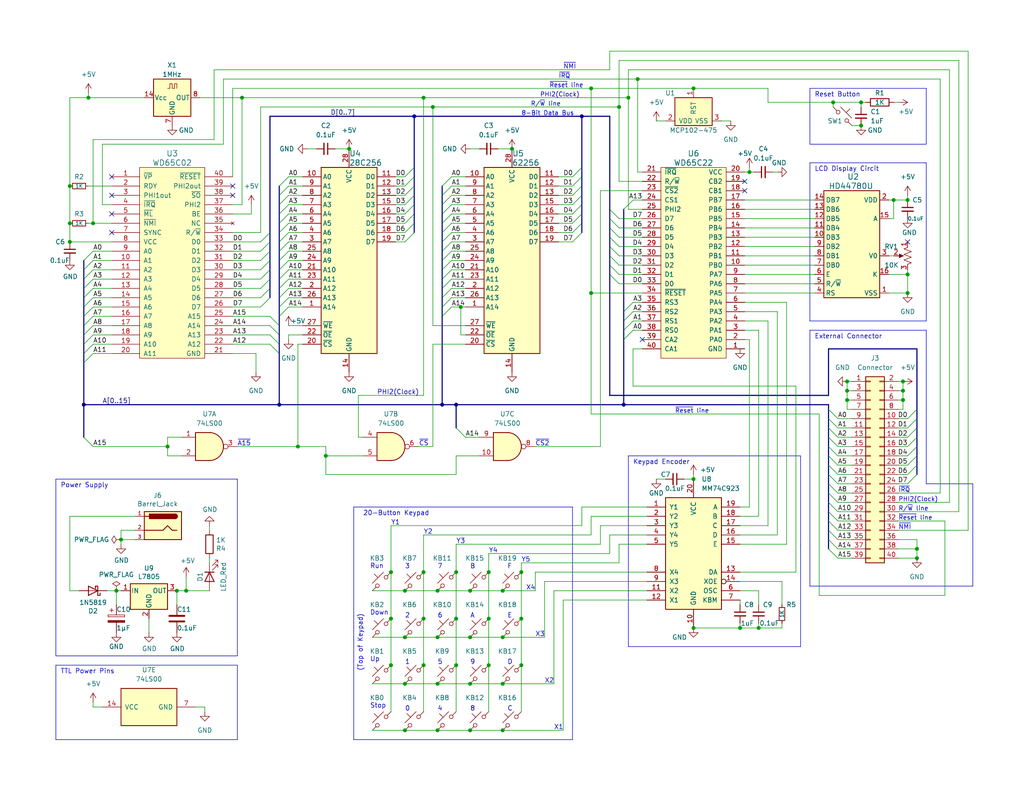
<source format=kicad_sch>
(kicad_sch (version 20230121) (generator eeschema)
  (paper "A")
  (title_block (title "Windemere Basic") (date "2022-08-01") (rev "B") (company "Matt Rude <matt@mattrude.com>") (comment 1 "65c02 computer with LCD screen and 20 button keypad") (comment 2 "Memory Map:  RAM: $0000 - $5fff,  65c22: $6000 - $600f,  ROM: $8000 - $ffff") (comment 3 "Designed and engineered in Windemere Township, Pine County, Minnesota, USA") (comment 5 "https://github.com/mattrude/windemere-basic"))
  (junction (at 201.93 171.45))
  (junction (at 19.05 66.04))
  (junction (at 234.95 34.29))
  (junction (at 142.24 168.91))
  (junction (at 31.75 161.29))
  (junction (at 119.38 161.29))
  (junction (at 142.24 156.21))
  (junction (at 139.7 40.64))
  (junction (at 137.16 199.39))
  (junction (at 50.8 161.29))
  (junction (at 243.84 54.61))
  (junction (at 124.46 181.61))
  (junction (at 113.03 31.75))
  (junction (at 66.04 26.67))
  (junction (at 115.57 168.91))
  (junction (at 88.9 124.46))
  (junction (at 142.24 181.61))
  (junction (at 110.49 173.99))
  (junction (at 120.65 110.49))
  (junction (at 110.49 186.69))
  (junction (at 227.33 27.94))
  (junction (at 137.16 186.69))
  (junction (at 119.38 199.39))
  (junction (at 22.86 110.49))
  (junction (at 247.65 54.61))
  (junction (at 48.26 161.29))
  (junction (at 247.65 74.93))
  (junction (at 128.27 199.39))
  (junction (at 128.27 186.69))
  (junction (at 119.38 186.69))
  (junction (at 171.45 26.67))
  (junction (at 25.4 60.96))
  (junction (at 133.35 156.21))
  (junction (at 115.57 26.67))
  (junction (at 250.19 152.4))
  (junction (at 168.91 29.21))
  (junction (at 106.68 168.91))
  (junction (at 110.49 199.39))
  (junction (at 81.28 121.92))
  (junction (at 231.14 104.14))
  (junction (at 76.2 110.49))
  (junction (at 110.49 161.29))
  (junction (at 231.14 109.22))
  (junction (at 128.27 173.99))
  (junction (at 33.02 147.32))
  (junction (at 125.73 83.82))
  (junction (at 119.38 173.99))
  (junction (at 250.19 149.86))
  (junction (at 133.35 168.91))
  (junction (at 189.23 130.81))
  (junction (at 24.13 26.67))
  (junction (at 45.72 121.92))
  (junction (at 124.46 110.49))
  (junction (at 246.38 106.68))
  (junction (at 19.05 60.96))
  (junction (at 106.68 156.21))
  (junction (at 19.05 50.8))
  (junction (at 128.27 161.29))
  (junction (at 161.29 24.13))
  (junction (at 189.23 171.45))
  (junction (at 124.46 168.91))
  (junction (at 115.57 181.61))
  (junction (at 246.38 104.14))
  (junction (at 161.29 80.01))
  (junction (at 118.11 29.21))
  (junction (at 207.01 171.45))
  (junction (at 170.18 110.49))
  (junction (at 137.16 161.29))
  (junction (at 124.46 156.21))
  (junction (at 106.68 181.61))
  (junction (at 247.65 80.01))
  (junction (at 246.38 109.22))
  (junction (at 204.47 46.99))
  (junction (at 234.95 27.94))
  (junction (at 137.16 173.99))
  (junction (at 189.23 24.13))
  (junction (at 95.25 40.64))
  (junction (at 158.75 31.75))
  (junction (at 115.57 156.21))
  (junction (at 133.35 181.61))
  (junction (at 231.14 106.68))
  (junction (at 173.99 21.59))
  (no_connect (at 303.53 107.95))
  (no_connect (at 307.34 123.19))
  (no_connect (at 307.34 148.59))
  (no_connect (at 290.83 102.87))
  (no_connect (at 303.53 85.09))
  (no_connect (at 30.48 48.26))
  (no_connect (at 320.04 59.69))
  (no_connect (at 290.83 100.33))
  (no_connect (at 290.83 77.47))
  (no_connect (at 290.83 72.39))
  (no_connect (at 290.83 90.17))
  (no_connect (at 303.53 97.79))
  (no_connect (at 290.83 80.01))
  (no_connect (at 307.34 146.05))
  (no_connect (at 307.34 153.67))
  (no_connect (at 320.04 64.77))
  (no_connect (at 30.48 63.5))
  (no_connect (at 303.53 120.65))
  (no_connect (at 290.83 95.25))
  (no_connect (at 290.83 59.69))
  (no_connect (at 30.48 53.34))
  (no_connect (at 320.04 80.01))
  (no_connect (at 307.34 62.23))
  (no_connect (at 303.53 62.23))
  (no_connect (at 320.04 74.93))
  (no_connect (at 307.34 74.93))
  (no_connect (at 320.04 143.51))
  (no_connect (at 303.53 59.69))
  (no_connect (at 320.04 151.13))
  (no_connect (at 307.34 95.25))
  (no_connect (at 307.34 82.55))
  (no_connect (at 307.34 138.43))
  (no_connect (at 320.04 95.25))
  (no_connect (at 320.04 153.67))
  (no_connect (at 307.34 80.01))
  (no_connect (at 320.04 148.59))
  (no_connect (at 320.04 62.23))
  (no_connect (at 303.53 133.35))
  (no_connect (at 320.04 100.33))
  (no_connect (at 320.04 105.41))
  (no_connect (at 290.83 151.13))
  (no_connect (at 303.53 102.87))
  (no_connect (at 320.04 102.87))
  (no_connect (at 307.34 151.13))
  (no_connect (at 290.83 74.93))
  (no_connect (at 320.04 146.05))
  (no_connect (at 303.53 151.13))
  (no_connect (at 303.53 95.25))
  (no_connect (at 290.83 87.63))
  (no_connect (at 320.04 82.55))
  (no_connect (at 303.53 82.55))
  (no_connect (at 307.34 92.71))
  (no_connect (at 307.34 135.89))
  (no_connect (at 303.53 148.59))
  (no_connect (at 307.34 100.33))
  (no_connect (at 290.83 128.27))
  (no_connect (at 307.34 130.81))
  (no_connect (at 307.34 143.51))
  (no_connect (at 320.04 128.27))
  (no_connect (at 320.04 77.47))
  (no_connect (at 307.34 107.95))
  (no_connect (at 320.04 138.43))
  (no_connect (at 290.83 64.77))
  (no_connect (at 307.34 59.69))
  (no_connect (at 290.83 146.05))
  (no_connect (at 303.53 105.41))
  (no_connect (at 303.53 100.33))
  (no_connect (at 320.04 87.63))
  (no_connect (at 290.83 135.89))
  (no_connect (at 320.04 133.35))
  (no_connect (at 290.83 138.43))
  (no_connect (at 303.53 72.39))
  (no_connect (at 307.34 72.39))
  (no_connect (at 290.83 123.19))
  (no_connect (at 320.04 67.31))
  (no_connect (at 307.34 105.41))
  (no_connect (at 303.53 92.71))
  (no_connect (at 175.26 92.71))
  (no_connect (at 307.34 67.31))
  (no_connect (at 307.34 90.17))
  (no_connect (at 307.34 69.85))
  (no_connect (at 303.53 74.93))
  (no_connect (at 303.53 67.31))
  (no_connect (at 320.04 97.79))
  (no_connect (at 307.34 97.79))
  (no_connect (at 63.5 50.8))
  (no_connect (at 320.04 125.73))
  (no_connect (at 63.5 53.34))
  (no_connect (at 303.53 87.63))
  (no_connect (at 303.53 77.47))
  (no_connect (at 290.83 153.67))
  (no_connect (at 290.83 120.65))
  (no_connect (at 290.83 140.97))
  (no_connect (at 203.2 52.07))
  (no_connect (at 303.53 140.97))
  (no_connect (at 203.2 49.53))
  (no_connect (at 307.34 140.97))
  (no_connect (at 307.34 133.35))
  (no_connect (at 307.34 128.27))
  (no_connect (at 303.53 146.05))
  (no_connect (at 290.83 107.95))
  (no_connect (at 290.83 130.81))
  (no_connect (at 303.53 130.81))
  (no_connect (at 320.04 85.09))
  (no_connect (at 320.04 69.85))
  (no_connect (at 307.34 64.77))
  (no_connect (at 303.53 123.19))
  (no_connect (at 320.04 90.17))
  (no_connect (at 307.34 85.09))
  (no_connect (at 320.04 107.95))
  (no_connect (at 290.83 133.35))
  (no_connect (at 320.04 92.71))
  (no_connect (at 290.83 148.59))
  (no_connect (at 247.65 66.04))
  (no_connect (at 290.83 85.09))
  (no_connect (at 303.53 64.77))
  (no_connect (at 303.53 69.85))
  (no_connect (at 30.48 58.42))
  (no_connect (at 320.04 120.65))
  (no_connect (at 290.83 125.73))
  (no_connect (at 303.53 138.43))
  (no_connect (at 320.04 140.97))
  (no_connect (at 307.34 87.63))
  (no_connect (at 303.53 90.17))
  (no_connect (at 303.53 80.01))
  (no_connect (at 290.83 69.85))
  (no_connect (at 290.83 62.23))
  (no_connect (at 320.04 135.89))
  (no_connect (at 303.53 135.89))
  (no_connect (at 290.83 143.51))
  (no_connect (at 307.34 120.65))
  (no_connect (at 307.34 102.87))
  (no_connect (at 303.53 153.67))
  (no_connect (at 320.04 72.39))
  (no_connect (at 307.34 125.73))
  (no_connect (at 290.83 67.31))
  (no_connect (at 290.83 97.79))
  (no_connect (at 290.83 82.55))
  (no_connect (at 320.04 123.19))
  (no_connect (at 290.83 92.71))
  (no_connect (at 307.34 77.47))
  (no_connect (at 303.53 128.27))
  (no_connect (at 290.83 105.41))
  (no_connect (at 320.04 130.81))
  (no_connect (at 303.53 125.73))
  (no_connect (at 303.53 143.51))
  (bus_entry (at 73.66 93.98) (size 2.54 2.54))
  (bus_entry (at 78.74 68.58) (size -2.54 2.54))
  (bus_entry (at 123.19 48.26) (size -2.54 2.54))
  (bus_entry (at 73.66 88.9) (size 2.54 2.54))
  (bus_entry (at 113.03 63.5) (size -2.54 2.54))
  (bus_entry (at 78.74 55.88) (size -2.54 2.54))
  (bus_entry (at 158.75 58.42) (size -2.54 2.54))
  (bus_entry (at 113.03 45.72) (size -2.54 2.54))
  (bus_entry (at 22.86 83.82) (size 2.54 -2.54))
  (bus_entry (at 113.03 50.8) (size -2.54 2.54))
  (bus_entry (at 123.19 83.82) (size -2.54 2.54))
  (bus_entry (at 73.66 71.12) (size -2.54 2.54))
  (bus_entry (at 73.66 68.58) (size -2.54 2.54))
  (bus_entry (at 172.72 85.09) (size -2.54 2.54))
  (bus_entry (at 172.72 87.63) (size -2.54 2.54))
  (bus_entry (at 123.19 66.04) (size -2.54 2.54))
  (bus_entry (at 73.66 91.44) (size 2.54 2.54))
  (bus_entry (at 73.66 73.66) (size -2.54 2.54))
  (bus_entry (at 113.03 58.42) (size -2.54 2.54))
  (bus_entry (at 158.75 53.34) (size -2.54 2.54))
  (bus_entry (at 123.19 73.66) (size -2.54 2.54))
  (bus_entry (at 73.66 81.28) (size -2.54 2.54))
  (bus_entry (at 22.86 99.06) (size 2.54 -2.54))
  (bus_entry (at 113.03 60.96) (size -2.54 2.54))
  (bus_entry (at 226.06 111.76) (size 2.54 2.54))
  (bus_entry (at 226.06 114.3) (size 2.54 2.54))
  (bus_entry (at 226.06 116.84) (size 2.54 2.54))
  (bus_entry (at 226.06 139.7) (size 2.54 2.54))
  (bus_entry (at 226.06 137.16) (size 2.54 2.54))
  (bus_entry (at 226.06 119.38) (size 2.54 2.54))
  (bus_entry (at 226.06 134.62) (size 2.54 2.54))
  (bus_entry (at 226.06 132.08) (size 2.54 2.54))
  (bus_entry (at 226.06 129.54) (size 2.54 2.54))
  (bus_entry (at 226.06 121.92) (size 2.54 2.54))
  (bus_entry (at 226.06 127) (size 2.54 2.54))
  (bus_entry (at 226.06 124.46) (size 2.54 2.54))
  (bus_entry (at 226.06 142.24) (size 2.54 2.54))
  (bus_entry (at 226.06 144.78) (size 2.54 2.54))
  (bus_entry (at 226.06 149.86) (size 2.54 2.54))
  (bus_entry (at 226.06 147.32) (size 2.54 2.54))
  (bus_entry (at 78.74 60.96) (size -2.54 2.54))
  (bus_entry (at 123.19 60.96) (size -2.54 2.54))
  (bus_entry (at 113.03 53.34) (size -2.54 2.54))
  (bus_entry (at 22.86 73.66) (size 2.54 -2.54))
  (bus_entry (at 158.75 45.72) (size -2.54 2.54))
  (bus_entry (at 158.75 50.8) (size -2.54 2.54))
  (bus_entry (at 22.86 88.9) (size 2.54 -2.54))
  (bus_entry (at 123.19 78.74) (size -2.54 2.54))
  (bus_entry (at 123.19 71.12) (size -2.54 2.54))
  (bus_entry (at 22.86 86.36) (size 2.54 -2.54))
  (bus_entry (at 78.74 66.04) (size -2.54 2.54))
  (bus_entry (at 123.19 53.34) (size -2.54 2.54))
  (bus_entry (at 172.72 82.55) (size -2.54 2.54))
  (bus_entry (at 73.66 76.2) (size -2.54 2.54))
  (bus_entry (at 73.66 66.04) (size -2.54 2.54))
  (bus_entry (at 166.37 69.85) (size 2.54 2.54))
  (bus_entry (at 158.75 55.88) (size -2.54 2.54))
  (bus_entry (at 166.37 64.77) (size 2.54 2.54))
  (bus_entry (at 172.72 90.17) (size -2.54 2.54))
  (bus_entry (at 78.74 76.2) (size -2.54 2.54))
  (bus_entry (at 123.19 81.28) (size -2.54 2.54))
  (bus_entry (at 78.74 48.26) (size -2.54 2.54))
  (bus_entry (at 73.66 86.36) (size 2.54 2.54))
  (bus_entry (at 78.74 73.66) (size -2.54 2.54))
  (bus_entry (at 166.37 74.93) (size 2.54 2.54))
  (bus_entry (at 158.75 63.5) (size -2.54 2.54))
  (bus_entry (at 73.66 63.5) (size -2.54 2.54))
  (bus_entry (at 123.19 50.8) (size -2.54 2.54))
  (bus_entry (at 78.74 50.8) (size -2.54 2.54))
  (bus_entry (at 78.74 78.74) (size -2.54 2.54))
  (bus_entry (at 22.86 96.52) (size 2.54 -2.54))
  (bus_entry (at 22.86 78.74) (size 2.54 -2.54))
  (bus_entry (at 22.86 71.12) (size 2.54 -2.54))
  (bus_entry (at 166.37 67.31) (size 2.54 2.54))
  (bus_entry (at 113.03 48.26) (size -2.54 2.54))
  (bus_entry (at 113.03 55.88) (size -2.54 2.54))
  (bus_entry (at 166.37 57.15) (size 2.54 2.54))
  (bus_entry (at 166.37 62.23) (size 2.54 2.54))
  (bus_entry (at 78.74 83.82) (size -2.54 2.54))
  (bus_entry (at 78.74 71.12) (size -2.54 2.54))
  (bus_entry (at 78.74 58.42) (size -2.54 2.54))
  (bus_entry (at 22.86 91.44) (size 2.54 -2.54))
  (bus_entry (at 22.86 76.2) (size 2.54 -2.54))
  (bus_entry (at 123.19 58.42) (size -2.54 2.54))
  (bus_entry (at 123.19 55.88) (size -2.54 2.54))
  (bus_entry (at 78.74 63.5) (size -2.54 2.54))
  (bus_entry (at 166.37 59.69) (size 2.54 2.54))
  (bus_entry (at 250.19 121.92) (size -2.54 2.54))
  (bus_entry (at 250.19 124.46) (size -2.54 2.54))
  (bus_entry (at 250.19 119.38) (size -2.54 2.54))
  (bus_entry (at 250.19 116.84) (size -2.54 2.54))
  (bus_entry (at 250.19 114.3) (size -2.54 2.54))
  (bus_entry (at 250.19 111.76) (size -2.54 2.54))
  (bus_entry (at 250.19 129.54) (size -2.54 2.54))
  (bus_entry (at 250.19 127) (size -2.54 2.54))
  (bus_entry (at 78.74 81.28) (size -2.54 2.54))
  (bus_entry (at 166.37 72.39) (size 2.54 2.54))
  (bus_entry (at 78.74 53.34) (size -2.54 2.54))
  (bus_entry (at 123.19 68.58) (size -2.54 2.54))
  (bus_entry (at 172.72 54.61) (size -2.54 2.54))
  (bus_entry (at 158.75 60.96) (size -2.54 2.54))
  (bus_entry (at 123.19 76.2) (size -2.54 2.54))
  (bus_entry (at 158.75 48.26) (size -2.54 2.54))
  (bus_entry (at 73.66 78.74) (size -2.54 2.54))
  (bus_entry (at 22.86 119.38) (size 2.54 2.54))
  (bus_entry (at 123.19 63.5) (size -2.54 2.54))
  (bus_entry (at 22.86 93.98) (size 2.54 -2.54))
  (bus_entry (at 124.46 116.84) (size 2.54 2.54))
  (bus_entry (at 22.86 81.28) (size 2.54 -2.54))
  (wire (pts (xy 171.45 19.05) (xy 171.45 26.67)))
  (wire (pts (xy 130.81 124.46) (xy 124.46 124.46)))
  (bus (pts (xy 226.06 139.7) (xy 226.06 142.24)))
  (wire (pts (xy 63.5 71.12) (xy 71.12 71.12)))
  (bus (pts (xy 226.06 147.32) (xy 226.06 149.86)))
  (wire (pts (xy 101.6 199.39) (xy 110.49 199.39)))
  (wire (pts (xy 203.2 59.69) (xy 222.25 59.69)))
  (wire (pts (xy 142.24 153.67) (xy 142.24 156.21)))
  (wire (pts (xy 118.11 93.98) (xy 118.11 121.92)))
  (bus (pts (xy 226.06 142.24) (xy 226.06 144.78)))
  (bus (pts (xy 113.03 58.42) (xy 113.03 60.96)))
  (wire (pts (xy 115.57 146.05) (xy 161.29 146.05)))
  (wire (pts (xy 172.72 85.09) (xy 175.26 85.09)))
  (wire (pts (xy 228.6 124.46) (xy 232.41 124.46)))
  (wire (pts (xy 204.47 46.99) (xy 204.47 45.72)))
  (wire (pts (xy 123.19 63.5) (xy 127 63.5)))
  (wire (pts (xy 128.27 40.64) (xy 130.81 40.64)))
  (wire (pts (xy 128.27 161.29) (xy 137.16 161.29)))
  (wire (pts (xy 228.6 132.08) (xy 232.41 132.08)))
  (wire (pts (xy 63.5 91.44) (xy 73.66 91.44)))
  (polyline (pts (xy 15.24 130.81) (xy 15.24 179.07)))
  (bus (pts (xy 226.06 132.08) (xy 226.06 134.62)))
  (wire (pts (xy 203.2 54.61) (xy 222.25 54.61)))
  (bus (pts (xy 250.19 95.25) (xy 250.19 111.76)))
  (wire (pts (xy 152.4 50.8) (xy 156.21 50.8)))
  (wire (pts (xy 201.93 138.43) (xy 204.47 138.43)))
  (wire (pts (xy 60.96 21.59) (xy 173.99 21.59)))
  (polyline (pts (xy 326.39 160.02) (xy 284.48 160.02)))
  (wire (pts (xy 64.77 121.92) (xy 81.28 121.92)))
  (wire (pts (xy 133.35 168.91) (xy 133.35 181.61)))
  (wire (pts (xy 63.5 88.9) (xy 73.66 88.9)))
  (wire (pts (xy 172.72 54.61) (xy 175.26 54.61)))
  (polyline (pts (xy 171.45 124.46) (xy 218.44 124.46)))
  (bus (pts (xy 250.19 111.76) (xy 250.19 114.3)))
  (wire (pts (xy 45.72 124.46) (xy 49.53 124.46)))
  (wire (pts (xy 152.4 53.34) (xy 156.21 53.34)))
  (wire (pts (xy 231.14 109.22) (xy 231.14 106.68)))
  (wire (pts (xy 107.95 48.26) (xy 110.49 48.26)))
  (wire (pts (xy 107.95 55.88) (xy 110.49 55.88)))
  (wire (pts (xy 81.28 93.98) (xy 81.28 121.92)))
  (wire (pts (xy 209.55 27.94) (xy 227.33 27.94)))
  (wire (pts (xy 53.34 193.04) (xy 55.88 193.04)))
  (wire (pts (xy 172.72 95.25) (xy 172.72 105.41)))
  (wire (pts (xy 78.74 88.9) (xy 82.55 88.9)))
  (wire (pts (xy 69.85 96.52) (xy 69.85 101.6)))
  (wire (pts (xy 163.83 148.59) (xy 163.83 143.51)))
  (wire (pts (xy 259.08 19.05) (xy 259.08 137.16)))
  (wire (pts (xy 207.01 161.29) (xy 201.93 161.29)))
  (wire (pts (xy 124.46 181.61) (xy 124.46 194.31)))
  (wire (pts (xy 106.68 143.51) (xy 106.68 156.21)))
  (bus (pts (xy 226.06 134.62) (xy 226.06 137.16)))
  (wire (pts (xy 135.89 40.64) (xy 139.7 40.64)))
  (wire (pts (xy 107.95 60.96) (xy 110.49 60.96)))
  (wire (pts (xy 152.4 58.42) (xy 156.21 58.42)))
  (wire (pts (xy 115.57 146.05) (xy 115.57 156.21)))
  (wire (pts (xy 25.4 191.77) (xy 25.4 193.04)))
  (wire (pts (xy 201.93 146.05) (xy 212.09 146.05)))
  (wire (pts (xy 172.72 105.41) (xy 217.17 105.41)))
  (bus (pts (xy 250.19 116.84) (xy 250.19 119.38)))
  (wire (pts (xy 63.5 24.13) (xy 161.29 24.13)))
  (wire (pts (xy 214.63 82.55) (xy 203.2 82.55)))
  (wire (pts (xy 168.91 74.93) (xy 175.26 74.93)))
  (wire (pts (xy 168.91 148.59) (xy 176.53 148.59)))
  (wire (pts (xy 228.6 142.24) (xy 232.41 142.24)))
  (wire (pts (xy 161.29 80.01) (xy 161.29 113.03)))
  (polyline (pts (xy 265.43 160.02) (xy 265.43 132.08)))
  (wire (pts (xy 63.5 66.04) (xy 71.12 66.04)))
  (polyline (pts (xy 252.73 39.37) (xy 252.73 24.13)))
  (polyline (pts (xy 15.24 181.61) (xy 64.77 181.61)))
  (wire (pts (xy 25.4 121.92) (xy 45.72 121.92)))
  (wire (pts (xy 124.46 156.21) (xy 124.46 168.91)))
  (bus (pts (xy 166.37 59.69) (xy 166.37 62.23)))
  (wire (pts (xy 78.74 63.5) (xy 82.55 63.5)))
  (bus (pts (xy 76.2 66.04) (xy 76.2 68.58)))
  (wire (pts (xy 50.8 157.48) (xy 50.8 161.29)))
  (wire (pts (xy 256.54 21.59) (xy 256.54 134.62)))
  (wire (pts (xy 19.05 26.67) (xy 19.05 50.8)))
  (bus (pts (xy 166.37 64.77) (xy 166.37 67.31)))
  (wire (pts (xy 63.5 68.58) (xy 71.12 68.58)))
  (wire (pts (xy 78.74 81.28) (xy 82.55 81.28)))
  (wire (pts (xy 107.95 50.8) (xy 110.49 50.8)))
  (wire (pts (xy 228.6 149.86) (xy 232.41 149.86)))
  (wire (pts (xy 123.19 78.74) (xy 127 78.74)))
  (wire (pts (xy 175.26 95.25) (xy 172.72 95.25)))
  (bus (pts (xy 120.65 53.34) (xy 120.65 55.88)))
  (polyline (pts (xy 252.73 24.13) (xy 220.98 24.13)))
  (wire (pts (xy 29.21 161.29) (xy 31.75 161.29)))
  (wire (pts (xy 223.52 162.56) (xy 257.81 162.56)))
  (wire (pts (xy 168.91 49.53) (xy 168.91 29.21)))
  (wire (pts (xy 209.55 143.51) (xy 209.55 87.63)))
  (wire (pts (xy 50.8 161.29) (xy 57.15 161.29)))
  (wire (pts (xy 212.09 46.99) (xy 210.82 46.99)))
  (wire (pts (xy 152.4 55.88) (xy 156.21 55.88)))
  (polyline (pts (xy 252.73 132.08) (xy 252.73 90.17)))
  (wire (pts (xy 19.05 66.04) (xy 30.48 66.04)))
  (wire (pts (xy 242.57 54.61) (xy 243.84 54.61)))
  (bus (pts (xy 113.03 55.88) (xy 113.03 58.42)))
  (polyline (pts (xy 220.98 44.45) (xy 252.73 44.45)))
  (bus (pts (xy 120.65 110.49) (xy 124.46 110.49)))
  (wire (pts (xy 63.5 24.13) (xy 63.5 48.26)))
  (wire (pts (xy 203.2 64.77) (xy 222.25 64.77)))
  (wire (pts (xy 161.29 24.13) (xy 161.29 80.01)))
  (wire (pts (xy 25.4 81.28) (xy 30.48 81.28)))
  (bus (pts (xy 22.86 110.49) (xy 76.2 110.49)))
  (wire (pts (xy 63.5 55.88) (xy 66.04 55.88)))
  (wire (pts (xy 124.46 148.59) (xy 124.46 156.21)))
  (wire (pts (xy 128.27 173.99) (xy 137.16 173.99)))
  (polyline (pts (xy 326.39 48.26) (xy 326.39 160.02)))
  (wire (pts (xy 166.37 13.97) (xy 264.16 13.97)))
  (wire (pts (xy 166.37 146.05) (xy 176.53 146.05)))
  (bus (pts (xy 120.65 58.42) (xy 120.65 60.96)))
  (bus (pts (xy 22.86 73.66) (xy 22.86 76.2)))
  (bus (pts (xy 76.2 73.66) (xy 76.2 76.2)))
  (wire (pts (xy 163.83 121.92) (xy 163.83 52.07)))
  (wire (pts (xy 24.13 60.96) (xy 25.4 60.96)))
  (wire (pts (xy 168.91 69.85) (xy 175.26 69.85)))
  (bus (pts (xy 76.2 58.42) (xy 76.2 60.96)))
  (wire (pts (xy 125.73 83.82) (xy 127 83.82)))
  (wire (pts (xy 264.16 13.97) (xy 264.16 144.78)))
  (wire (pts (xy 101.6 186.69) (xy 110.49 186.69)))
  (wire (pts (xy 245.11 114.3) (xy 247.65 114.3)))
  (wire (pts (xy 25.4 83.82) (xy 30.48 83.82)))
  (wire (pts (xy 124.46 168.91) (xy 124.46 181.61)))
  (bus (pts (xy 76.2 81.28) (xy 76.2 83.82)))
  (wire (pts (xy 152.4 60.96) (xy 156.21 60.96)))
  (wire (pts (xy 31.75 161.29) (xy 33.02 161.29)))
  (wire (pts (xy 148.59 173.99) (xy 148.59 158.75)))
  (bus (pts (xy 226.06 114.3) (xy 226.06 116.84)))
  (wire (pts (xy 19.05 50.8) (xy 19.05 60.96)))
  (wire (pts (xy 115.57 181.61) (xy 115.57 194.31)))
  (polyline (pts (xy 96.52 201.93) (xy 96.52 138.43)))
  (wire (pts (xy 115.57 26.67) (xy 171.45 26.67)))
  (bus (pts (xy 250.19 127) (xy 250.19 129.54)))
  (wire (pts (xy 58.42 38.1) (xy 58.42 19.05)))
  (wire (pts (xy 63.5 58.42) (xy 68.58 58.42)))
  (wire (pts (xy 213.36 170.18) (xy 213.36 171.45)))
  (polyline (pts (xy 64.77 201.93) (xy 64.77 181.61)))
  (wire (pts (xy 71.12 63.5) (xy 63.5 63.5)))
  (wire (pts (xy 142.24 181.61) (xy 142.24 194.31)))
  (wire (pts (xy 168.91 62.23) (xy 175.26 62.23)))
  (wire (pts (xy 19.05 161.29) (xy 21.59 161.29)))
  (wire (pts (xy 231.14 104.14) (xy 232.41 104.14)))
  (wire (pts (xy 245.11 119.38) (xy 247.65 119.38)))
  (wire (pts (xy 207.01 140.97) (xy 207.01 90.17)))
  (wire (pts (xy 88.9 124.46) (xy 88.9 129.54)))
  (wire (pts (xy 25.4 96.52) (xy 30.48 96.52)))
  (bus (pts (xy 170.18 110.49) (xy 170.18 92.71)))
  (wire (pts (xy 127 119.38) (xy 130.81 119.38)))
  (wire (pts (xy 228.6 114.3) (xy 232.41 114.3)))
  (wire (pts (xy 228.6 127) (xy 232.41 127)))
  (bus (pts (xy 113.03 45.72) (xy 113.03 48.26)))
  (bus (pts (xy 22.86 83.82) (xy 22.86 86.36)))
  (wire (pts (xy 78.74 50.8) (xy 82.55 50.8)))
  (wire (pts (xy 123.19 53.34) (xy 127 53.34)))
  (bus (pts (xy 76.2 60.96) (xy 76.2 63.5)))
  (polyline (pts (xy 284.48 48.26) (xy 326.39 48.26)))
  (wire (pts (xy 245.11 121.92) (xy 247.65 121.92)))
  (wire (pts (xy 203.2 69.85) (xy 222.25 69.85)))
  (wire (pts (xy 168.91 72.39) (xy 175.26 72.39)))
  (wire (pts (xy 27.94 39.37) (xy 60.96 39.37)))
  (wire (pts (xy 24.13 50.8) (xy 30.48 50.8)))
  (wire (pts (xy 242.57 59.69) (xy 243.84 59.69)))
  (wire (pts (xy 25.4 71.12) (xy 30.48 71.12)))
  (bus (pts (xy 226.06 95.25) (xy 250.19 95.25)))
  (bus (pts (xy 166.37 67.31) (xy 166.37 69.85)))
  (bus (pts (xy 76.2 63.5) (xy 76.2 66.04)))
  (wire (pts (xy 78.74 66.04) (xy 82.55 66.04)))
  (bus (pts (xy 158.75 55.88) (xy 158.75 58.42)))
  (wire (pts (xy 245.11 147.32) (xy 250.19 147.32)))
  (wire (pts (xy 201.93 171.45) (xy 207.01 171.45)))
  (wire (pts (xy 78.74 73.66) (xy 82.55 73.66)))
  (wire (pts (xy 228.6 129.54) (xy 232.41 129.54)))
  (bus (pts (xy 250.19 114.3) (xy 250.19 116.84)))
  (wire (pts (xy 133.35 151.13) (xy 166.37 151.13)))
  (wire (pts (xy 245.11 124.46) (xy 247.65 124.46)))
  (wire (pts (xy 33.02 144.78) (xy 36.83 144.78)))
  (wire (pts (xy 214.63 148.59) (xy 214.63 82.55)))
  (wire (pts (xy 201.93 148.59) (xy 214.63 148.59)))
  (wire (pts (xy 78.74 68.58) (xy 82.55 68.58)))
  (wire (pts (xy 247.65 74.93) (xy 247.65 80.01)))
  (polyline (pts (xy 15.24 201.93) (xy 64.77 201.93)))
  (polyline (pts (xy 64.77 179.07) (xy 64.77 130.81)))
  (wire (pts (xy 63.5 73.66) (xy 71.12 73.66)))
  (wire (pts (xy 63.5 81.28) (xy 71.12 81.28)))
  (wire (pts (xy 201.93 143.51) (xy 209.55 143.51)))
  (wire (pts (xy 106.68 156.21) (xy 106.68 168.91)))
  (wire (pts (xy 201.93 163.83) (xy 201.93 165.1)))
  (wire (pts (xy 78.74 71.12) (xy 82.55 71.12)))
  (wire (pts (xy 27.94 55.88) (xy 27.94 39.37)))
  (wire (pts (xy 168.91 67.31) (xy 175.26 67.31)))
  (wire (pts (xy 40.64 172.72) (xy 40.64 168.91)))
  (bus (pts (xy 76.2 91.44) (xy 76.2 93.98)))
  (bus (pts (xy 113.03 50.8) (xy 113.03 53.34)))
  (wire (pts (xy 203.2 77.47) (xy 222.25 77.47)))
  (wire (pts (xy 114.3 121.92) (xy 118.11 121.92)))
  (wire (pts (xy 163.83 52.07) (xy 175.26 52.07)))
  (wire (pts (xy 168.91 16.51) (xy 261.62 16.51)))
  (wire (pts (xy 25.4 68.58) (xy 30.48 68.58)))
  (bus (pts (xy 22.86 86.36) (xy 22.86 88.9)))
  (wire (pts (xy 261.62 16.51) (xy 261.62 139.7)))
  (wire (pts (xy 168.91 59.69) (xy 175.26 59.69)))
  (wire (pts (xy 137.16 199.39) (xy 153.67 199.39)))
  (wire (pts (xy 68.58 58.42) (xy 68.58 55.88)))
  (wire (pts (xy 172.72 90.17) (xy 175.26 90.17)))
  (bus (pts (xy 250.19 124.46) (xy 250.19 127)))
  (bus (pts (xy 226.06 129.54) (xy 226.06 132.08)))
  (wire (pts (xy 55.88 193.04) (xy 55.88 194.31)))
  (wire (pts (xy 228.6 116.84) (xy 232.41 116.84)))
  (wire (pts (xy 213.36 158.75) (xy 213.36 165.1)))
  (bus (pts (xy 22.86 96.52) (xy 22.86 99.06)))
  (bus (pts (xy 120.65 68.58) (xy 120.65 71.12)))
  (wire (pts (xy 123.19 50.8) (xy 127 50.8)))
  (bus (pts (xy 166.37 62.23) (xy 166.37 64.77)))
  (bus (pts (xy 120.65 86.36) (xy 120.65 110.49)))
  (bus (pts (xy 76.2 96.52) (xy 76.2 110.49)))
  (bus (pts (xy 76.2 86.36) (xy 76.2 83.82)))
  (wire (pts (xy 142.24 156.21) (xy 142.24 168.91)))
  (bus (pts (xy 226.06 137.16) (xy 226.06 139.7)))
  (wire (pts (xy 119.38 173.99) (xy 128.27 173.99)))
  (wire (pts (xy 168.91 153.67) (xy 142.24 153.67)))
  (wire (pts (xy 123.19 60.96) (xy 127 60.96)))
  (wire (pts (xy 127 91.44) (xy 125.73 91.44)))
  (wire (pts (xy 246.38 104.14) (xy 246.38 106.68)))
  (wire (pts (xy 259.08 137.16) (xy 245.11 137.16)))
  (wire (pts (xy 201.93 158.75) (xy 213.36 158.75)))
  (bus (pts (xy 124.46 110.49) (xy 124.46 116.84)))
  (bus (pts (xy 113.03 31.75) (xy 113.03 45.72)))
  (wire (pts (xy 158.75 138.43) (xy 176.53 138.43)))
  (wire (pts (xy 228.6 139.7) (xy 232.41 139.7)))
  (bus (pts (xy 226.06 144.78) (xy 226.06 147.32)))
  (bus (pts (xy 76.2 68.58) (xy 76.2 71.12)))
  (wire (pts (xy 124.46 124.46) (xy 124.46 129.54)))
  (polyline (pts (xy 64.77 130.81) (xy 15.24 130.81)))
  (wire (pts (xy 246.38 109.22) (xy 246.38 106.68)))
  (bus (pts (xy 158.75 48.26) (xy 158.75 50.8)))
  (wire (pts (xy 212.09 85.09) (xy 203.2 85.09)))
  (wire (pts (xy 115.57 107.95) (xy 115.57 26.67)))
  (bus (pts (xy 158.75 58.42) (xy 158.75 60.96)))
  (polyline (pts (xy 220.98 87.63) (xy 252.73 87.63)))
  (bus (pts (xy 158.75 31.75) (xy 158.75 45.72)))
  (bus (pts (xy 120.65 66.04) (xy 120.65 68.58)))
  (polyline (pts (xy 252.73 87.63) (xy 252.73 44.45)))
  (wire (pts (xy 123.19 58.42) (xy 127 58.42)))
  (wire (pts (xy 203.2 72.39) (xy 222.25 72.39)))
  (wire (pts (xy 146.05 121.92) (xy 163.83 121.92)))
  (wire (pts (xy 186.69 130.81) (xy 189.23 130.81)))
  (bus (pts (xy 113.03 48.26) (xy 113.03 50.8)))
  (wire (pts (xy 161.29 140.97) (xy 176.53 140.97)))
  (wire (pts (xy 232.41 106.68) (xy 231.14 106.68)))
  (wire (pts (xy 228.6 147.32) (xy 232.41 147.32)))
  (wire (pts (xy 33.02 144.78) (xy 33.02 147.32)))
  (wire (pts (xy 123.19 55.88) (xy 127 55.88)))
  (wire (pts (xy 78.74 76.2) (xy 82.55 76.2)))
  (wire (pts (xy 234.95 27.94) (xy 236.22 27.94)))
  (wire (pts (xy 63.5 78.74) (xy 71.12 78.74)))
  (bus (pts (xy 226.06 127) (xy 226.06 129.54)))
  (wire (pts (xy 168.91 29.21) (xy 168.91 16.51)))
  (wire (pts (xy 137.16 173.99) (xy 148.59 173.99)))
  (wire (pts (xy 25.4 60.96) (xy 30.48 60.96)))
  (wire (pts (xy 78.74 55.88) (xy 82.55 55.88)))
  (wire (pts (xy 172.72 87.63) (xy 175.26 87.63)))
  (bus (pts (xy 73.66 68.58) (xy 73.66 66.04)))
  (wire (pts (xy 223.52 113.03) (xy 223.52 162.56)))
  (polyline (pts (xy 220.98 160.02) (xy 265.43 160.02)))
  (bus (pts (xy 170.18 90.17) (xy 170.18 87.63)))
  (wire (pts (xy 58.42 19.05) (xy 166.37 19.05)))
  (wire (pts (xy 245.11 134.62) (xy 256.54 134.62)))
  (polyline (pts (xy 220.98 44.45) (xy 220.98 87.63)))
  (wire (pts (xy 133.35 156.21) (xy 133.35 168.91)))
  (bus (pts (xy 73.66 73.66) (xy 73.66 71.12)))
  (bus (pts (xy 22.86 93.98) (xy 22.86 96.52)))
  (bus (pts (xy 76.2 86.36) (xy 76.2 88.9)))
  (wire (pts (xy 60.96 39.37) (xy 60.96 21.59)))
  (wire (pts (xy 228.6 137.16) (xy 232.41 137.16)))
  (polyline (pts (xy 284.48 160.02) (xy 284.48 48.26)))
  (wire (pts (xy 25.4 93.98) (xy 30.48 93.98)))
  (wire (pts (xy 78.74 58.42) (xy 82.55 58.42)))
  (wire (pts (xy 97.79 119.38) (xy 99.06 119.38)))
  (wire (pts (xy 203.2 67.31) (xy 222.25 67.31)))
  (polyline (pts (xy 220.98 24.13) (xy 220.98 39.37)))
  (bus (pts (xy 22.86 76.2) (xy 22.86 78.74)))
  (wire (pts (xy 245.11 109.22) (xy 246.38 109.22)))
  (wire (pts (xy 78.74 83.82) (xy 82.55 83.82)))
  (wire (pts (xy 123.19 83.82) (xy 125.73 83.82)))
  (wire (pts (xy 217.17 105.41) (xy 217.17 156.21)))
  (wire (pts (xy 231.14 109.22) (xy 232.41 109.22)))
  (wire (pts (xy 245.11 127) (xy 247.65 127)))
  (wire (pts (xy 189.23 171.45) (xy 201.93 171.45)))
  (wire (pts (xy 168.91 49.53) (xy 175.26 49.53)))
  (bus (pts (xy 73.66 31.75) (xy 113.03 31.75)))
  (bus (pts (xy 120.65 78.74) (xy 120.65 81.28)))
  (wire (pts (xy 243.84 59.69) (xy 243.84 54.61)))
  (wire (pts (xy 232.41 111.76) (xy 231.14 111.76)))
  (bus (pts (xy 226.06 116.84) (xy 226.06 119.38)))
  (wire (pts (xy 201.93 171.45) (xy 201.93 170.18)))
  (bus (pts (xy 76.2 50.8) (xy 76.2 53.34)))
  (bus (pts (xy 166.37 107.95) (xy 226.06 107.95)))
  (wire (pts (xy 228.6 134.62) (xy 232.41 134.62)))
  (bus (pts (xy 73.66 76.2) (xy 73.66 73.66)))
  (wire (pts (xy 31.75 161.29) (xy 31.75 165.1)))
  (wire (pts (xy 82.55 93.98) (xy 81.28 93.98)))
  (wire (pts (xy 207.01 171.45) (xy 213.36 171.45)))
  (bus (pts (xy 76.2 71.12) (xy 76.2 73.66)))
  (wire (pts (xy 247.65 73.66) (xy 247.65 74.93)))
  (wire (pts (xy 173.99 21.59) (xy 256.54 21.59)))
  (wire (pts (xy 245.11 144.78) (xy 264.16 144.78)))
  (wire (pts (xy 107.95 66.04) (xy 110.49 66.04)))
  (bus (pts (xy 166.37 74.93) (xy 166.37 107.95)))
  (wire (pts (xy 207.01 161.29) (xy 207.01 165.1)))
  (polyline (pts (xy 218.44 148.59) (xy 218.44 176.53)))
  (wire (pts (xy 115.57 156.21) (xy 115.57 168.91)))
  (bus (pts (xy 73.66 81.28) (xy 73.66 78.74)))
  (wire (pts (xy 173.99 46.99) (xy 175.26 46.99)))
  (wire (pts (xy 153.67 163.83) (xy 153.67 199.39)))
  (wire (pts (xy 49.53 119.38) (xy 45.72 119.38)))
  (wire (pts (xy 106.68 143.51) (xy 158.75 143.51)))
  (wire (pts (xy 97.79 107.95) (xy 115.57 107.95)))
  (bus (pts (xy 166.37 57.15) (xy 166.37 59.69)))
  (wire (pts (xy 123.19 68.58) (xy 127 68.58)))
  (wire (pts (xy 107.95 63.5) (xy 110.49 63.5)))
  (bus (pts (xy 226.06 111.76) (xy 226.06 114.3)))
  (wire (pts (xy 201.93 95.25) (xy 203.2 95.25)))
  (wire (pts (xy 101.6 161.29) (xy 110.49 161.29)))
  (wire (pts (xy 78.74 53.34) (xy 82.55 53.34)))
  (wire (pts (xy 24.13 25.4) (xy 24.13 26.67)))
  (wire (pts (xy 243.84 27.94) (xy 245.11 27.94)))
  (wire (pts (xy 78.74 78.74) (xy 82.55 78.74)))
  (wire (pts (xy 228.6 119.38) (xy 232.41 119.38)))
  (wire (pts (xy 166.37 151.13) (xy 166.37 146.05)))
  (wire (pts (xy 204.47 92.71) (xy 203.2 92.71)))
  (wire (pts (xy 123.19 73.66) (xy 127 73.66)))
  (wire (pts (xy 115.57 168.91) (xy 115.57 181.61)))
  (wire (pts (xy 166.37 19.05) (xy 166.37 13.97)))
  (wire (pts (xy 171.45 57.15) (xy 175.26 57.15)))
  (bus (pts (xy 22.86 71.12) (xy 22.86 73.66)))
  (wire (pts (xy 205.74 46.99) (xy 204.47 46.99)))
  (wire (pts (xy 245.11 142.24) (xy 257.81 142.24)))
  (wire (pts (xy 250.19 147.32) (xy 250.19 149.86)))
  (bus (pts (xy 76.2 53.34) (xy 76.2 55.88)))
  (wire (pts (xy 196.85 33.02) (xy 199.39 33.02)))
  (bus (pts (xy 76.2 110.49) (xy 120.65 110.49)))
  (wire (pts (xy 118.11 93.98) (xy 127 93.98)))
  (bus (pts (xy 170.18 110.49) (xy 226.06 110.49)))
  (bus (pts (xy 120.65 50.8) (xy 120.65 53.34)))
  (bus (pts (xy 250.19 119.38) (xy 250.19 121.92)))
  (wire (pts (xy 203.2 57.15) (xy 222.25 57.15)))
  (wire (pts (xy 123.19 81.28) (xy 127 81.28)))
  (wire (pts (xy 250.19 149.86) (xy 250.19 152.4)))
  (wire (pts (xy 152.4 48.26) (xy 156.21 48.26)))
  (wire (pts (xy 137.16 161.29) (xy 146.05 161.29)))
  (wire (pts (xy 78.74 60.96) (xy 82.55 60.96)))
  (wire (pts (xy 168.91 64.77) (xy 175.26 64.77)))
  (bus (pts (xy 76.2 88.9) (xy 76.2 91.44)))
  (wire (pts (xy 110.49 173.99) (xy 119.38 173.99)))
  (wire (pts (xy 88.9 124.46) (xy 99.06 124.46)))
  (wire (pts (xy 245.11 106.68) (xy 246.38 106.68)))
  (wire (pts (xy 259.08 19.05) (xy 171.45 19.05)))
  (wire (pts (xy 25.4 73.66) (xy 30.48 73.66)))
  (wire (pts (xy 179.07 33.02) (xy 181.61 33.02)))
  (wire (pts (xy 245.11 132.08) (xy 247.65 132.08)))
  (wire (pts (xy 201.93 140.97) (xy 207.01 140.97)))
  (wire (pts (xy 203.2 74.93) (xy 222.25 74.93)))
  (wire (pts (xy 101.6 173.99) (xy 110.49 173.99)))
  (wire (pts (xy 204.47 138.43) (xy 204.47 92.71)))
  (wire (pts (xy 234.95 27.94) (xy 234.95 29.21)))
  (bus (pts (xy 226.06 121.92) (xy 226.06 124.46)))
  (wire (pts (xy 57.15 152.4) (xy 57.15 153.67)))
  (wire (pts (xy 173.99 21.59) (xy 173.99 46.99)))
  (bus (pts (xy 226.06 124.46) (xy 226.06 127)))
  (wire (pts (xy 133.35 151.13) (xy 133.35 156.21)))
  (wire (pts (xy 25.4 88.9) (xy 30.48 88.9)))
  (wire (pts (xy 172.72 82.55) (xy 175.26 82.55)))
  (bus (pts (xy 120.65 60.96) (xy 120.65 63.5)))
  (wire (pts (xy 151.13 161.29) (xy 151.13 186.69)))
  (wire (pts (xy 106.68 181.61) (xy 106.68 194.31)))
  (bus (pts (xy 170.18 57.15) (xy 170.18 85.09)))
  (wire (pts (xy 152.4 66.04) (xy 156.21 66.04)))
  (bus (pts (xy 76.2 76.2) (xy 76.2 78.74)))
  (wire (pts (xy 107.95 58.42) (xy 110.49 58.42)))
  (wire (pts (xy 119.38 161.29) (xy 128.27 161.29)))
  (wire (pts (xy 245.11 149.86) (xy 250.19 149.86)))
  (bus (pts (xy 113.03 31.75) (xy 158.75 31.75)))
  (bus (pts (xy 226.06 107.95) (xy 226.06 95.25)))
  (wire (pts (xy 25.4 78.74) (xy 30.48 78.74)))
  (wire (pts (xy 123.19 66.04) (xy 127 66.04)))
  (wire (pts (xy 63.5 76.2) (xy 71.12 76.2)))
  (wire (pts (xy 124.46 148.59) (xy 163.83 148.59)))
  (wire (pts (xy 25.4 76.2) (xy 30.48 76.2)))
  (wire (pts (xy 33.02 147.32) (xy 33.02 148.59)))
  (wire (pts (xy 242.57 74.93) (xy 247.65 74.93)))
  (bus (pts (xy 120.65 73.66) (xy 120.65 76.2)))
  (wire (pts (xy 148.59 158.75) (xy 176.53 158.75)))
  (wire (pts (xy 201.93 156.21) (xy 217.17 156.21)))
  (wire (pts (xy 203.2 62.23) (xy 222.25 62.23)))
  (bus (pts (xy 113.03 53.34) (xy 113.03 55.88)))
  (wire (pts (xy 231.14 111.76) (xy 231.14 109.22)))
  (bus (pts (xy 158.75 53.34) (xy 158.75 55.88)))
  (bus (pts (xy 73.66 66.04) (xy 73.66 63.5)))
  (wire (pts (xy 245.11 129.54) (xy 247.65 129.54)))
  (wire (pts (xy 246.38 111.76) (xy 246.38 109.22)))
  (wire (pts (xy 153.67 163.83) (xy 176.53 163.83)))
  (wire (pts (xy 25.4 91.44) (xy 30.48 91.44)))
  (wire (pts (xy 123.19 71.12) (xy 127 71.12)))
  (wire (pts (xy 189.23 24.13) (xy 209.55 24.13)))
  (bus (pts (xy 124.46 110.49) (xy 170.18 110.49)))
  (wire (pts (xy 24.13 26.67) (xy 39.37 26.67)))
  (wire (pts (xy 25.4 193.04) (xy 27.94 193.04)))
  (wire (pts (xy 110.49 186.69) (xy 119.38 186.69)))
  (wire (pts (xy 110.49 199.39) (xy 119.38 199.39)))
  (wire (pts (xy 124.46 129.54) (xy 88.9 129.54)))
  (bus (pts (xy 73.66 71.12) (xy 73.66 68.58)))
  (wire (pts (xy 19.05 140.97) (xy 19.05 161.29)))
  (polyline (pts (xy 171.45 124.46) (xy 171.45 176.53)))
  (wire (pts (xy 243.84 54.61) (xy 247.65 54.61)))
  (wire (pts (xy 107.95 53.34) (xy 110.49 53.34)))
  (wire (pts (xy 54.61 26.67) (xy 66.04 26.67)))
  (wire (pts (xy 257.81 142.24) (xy 257.81 162.56)))
  (polyline (pts (xy 220.98 90.17) (xy 220.98 160.02)))
  (wire (pts (xy 119.38 186.69) (xy 128.27 186.69)))
  (bus (pts (xy 76.2 93.98) (xy 76.2 96.52)))
  (wire (pts (xy 110.49 161.29) (xy 119.38 161.29)))
  (wire (pts (xy 245.11 116.84) (xy 247.65 116.84)))
  (polyline (pts (xy 15.24 179.07) (xy 64.77 179.07)))
  (wire (pts (xy 78.74 91.44) (xy 82.55 91.44)))
  (wire (pts (xy 163.83 143.51) (xy 176.53 143.51)))
  (wire (pts (xy 119.38 199.39) (xy 128.27 199.39)))
  (wire (pts (xy 207.01 90.17) (xy 203.2 90.17)))
  (wire (pts (xy 63.5 86.36) (xy 73.66 86.36)))
  (bus (pts (xy 22.86 81.28) (xy 22.86 83.82)))
  (wire (pts (xy 63.5 83.82) (xy 71.12 83.82)))
  (wire (pts (xy 207.01 171.45) (xy 207.01 170.18)))
  (wire (pts (xy 228.6 152.4) (xy 232.41 152.4)))
  (wire (pts (xy 128.27 199.39) (xy 137.16 199.39)))
  (wire (pts (xy 25.4 60.96) (xy 25.4 38.1)))
  (wire (pts (xy 228.6 121.92) (xy 232.41 121.92)))
  (wire (pts (xy 81.28 121.92) (xy 88.9 121.92)))
  (wire (pts (xy 161.29 146.05) (xy 161.29 140.97)))
  (wire (pts (xy 45.72 119.38) (xy 45.72 121.92)))
  (wire (pts (xy 137.16 186.69) (xy 151.13 186.69)))
  (bus (pts (xy 113.03 60.96) (xy 113.03 63.5)))
  (bus (pts (xy 76.2 78.74) (xy 76.2 81.28)))
  (wire (pts (xy 168.91 77.47) (xy 175.26 77.47)))
  (polyline (pts (xy 156.21 201.93) (xy 96.52 201.93)))
  (wire (pts (xy 209.55 87.63) (xy 203.2 87.63)))
  (polyline (pts (xy 265.43 132.08) (xy 252.73 132.08)))
  (bus (pts (xy 170.18 87.63) (xy 170.18 85.09)))
  (wire (pts (xy 245.11 104.14) (xy 246.38 104.14)))
  (wire (pts (xy 78.74 92.71) (xy 78.74 91.44)))
  (wire (pts (xy 27.94 55.88) (xy 30.48 55.88)))
  (bus (pts (xy 120.65 71.12) (xy 120.65 73.66)))
  (wire (pts (xy 19.05 26.67) (xy 24.13 26.67)))
  (bus (pts (xy 166.37 72.39) (xy 166.37 74.93)))
  (bus (pts (xy 73.66 63.5) (xy 73.66 31.75)))
  (wire (pts (xy 209.55 24.13) (xy 209.55 27.94)))
  (wire (pts (xy 171.45 26.67) (xy 171.45 57.15)))
  (wire (pts (xy 71.12 29.21) (xy 71.12 63.5)))
  (bus (pts (xy 250.19 121.92) (xy 250.19 124.46)))
  (wire (pts (xy 97.79 107.95) (xy 97.79 119.38)))
  (bus (pts (xy 226.06 110.49) (xy 226.06 111.76)))
  (wire (pts (xy 78.74 48.26) (xy 82.55 48.26)))
  (wire (pts (xy 161.29 113.03) (xy 223.52 113.03)))
  (wire (pts (xy 48.26 161.29) (xy 50.8 161.29)))
  (bus (pts (xy 22.86 110.49) (xy 22.86 119.38)))
  (bus (pts (xy 170.18 92.71) (xy 170.18 90.17)))
  (wire (pts (xy 179.07 130.81) (xy 181.61 130.81)))
  (polyline (pts (xy 218.44 176.53) (xy 171.45 176.53)))
  (wire (pts (xy 228.6 144.78) (xy 232.41 144.78)))
  (wire (pts (xy 125.73 91.44) (xy 125.73 83.82)))
  (wire (pts (xy 91.44 40.64) (xy 95.25 40.64)))
  (wire (pts (xy 242.57 80.01) (xy 247.65 80.01)))
  (wire (pts (xy 106.68 168.91) (xy 106.68 181.61)))
  (wire (pts (xy 212.09 146.05) (xy 212.09 85.09)))
  (wire (pts (xy 66.04 26.67) (xy 66.04 55.88)))
  (wire (pts (xy 57.15 143.51) (xy 57.15 144.78)))
  (wire (pts (xy 245.11 139.7) (xy 261.62 139.7)))
  (wire (pts (xy 83.82 40.64) (xy 86.36 40.64)))
  (bus (pts (xy 22.86 99.06) (xy 22.86 110.49)))
  (wire (pts (xy 133.35 181.61) (xy 133.35 194.31)))
  (polyline (pts (xy 252.73 90.17) (xy 220.98 90.17)))
  (wire (pts (xy 118.11 29.21) (xy 71.12 29.21)))
  (wire (pts (xy 142.24 168.91) (xy 142.24 181.61)))
  (wire (pts (xy 63.5 96.52) (xy 69.85 96.52)))
  (wire (pts (xy 245.11 152.4) (xy 250.19 152.4)))
  (bus (pts (xy 22.86 78.74) (xy 22.86 81.28)))
  (wire (pts (xy 127 88.9) (xy 118.11 88.9)))
  (wire (pts (xy 203.2 80.01) (xy 222.25 80.01)))
  (wire (pts (xy 245.11 111.76) (xy 246.38 111.76)))
  (bus (pts (xy 166.37 31.75) (xy 166.37 57.15)))
  (wire (pts (xy 176.53 161.29) (xy 151.13 161.29)))
  (wire (pts (xy 45.72 121.92) (xy 45.72 124.46)))
  (wire (pts (xy 25.4 38.1) (xy 58.42 38.1)))
  (wire (pts (xy 168.91 153.67) (xy 168.91 148.59)))
  (wire (pts (xy 189.23 130.81) (xy 189.23 129.54)))
  (polyline (pts (xy 220.98 39.37) (xy 252.73 39.37)))
  (bus (pts (xy 120.65 63.5) (xy 120.65 66.04)))
  (wire (pts (xy 123.19 76.2) (xy 127 76.2)))
  (bus (pts (xy 73.66 78.74) (xy 73.66 76.2)))
  (wire (pts (xy 146.05 156.21) (xy 176.53 156.21)))
  (bus (pts (xy 120.65 55.88) (xy 120.65 58.42)))
  (wire (pts (xy 48.26 161.29) (xy 48.26 165.1)))
  (bus (pts (xy 158.75 31.75) (xy 166.37 31.75)))
  (bus (pts (xy 120.65 81.28) (xy 120.65 83.82)))
  (wire (pts (xy 152.4 63.5) (xy 156.21 63.5)))
  (wire (pts (xy 227.33 27.94) (xy 227.33 29.21)))
  (wire (pts (xy 66.04 26.67) (xy 115.57 26.67)))
  (wire (pts (xy 146.05 161.29) (xy 146.05 156.21)))
  (polyline (pts (xy 156.21 138.43) (xy 156.21 201.93)))
  (wire (pts (xy 158.75 143.51) (xy 158.75 138.43)))
  (bus (pts (xy 158.75 50.8) (xy 158.75 53.34)))
  (polyline (pts (xy 218.44 124.46) (xy 218.44 148.59)))
  (wire (pts (xy 243.84 69.85) (xy 242.57 69.85)))
  (bus (pts (xy 226.06 119.38) (xy 226.06 121.92)))
  (bus (pts (xy 120.65 76.2) (xy 120.65 78.74)))
  (wire (pts (xy 19.05 140.97) (xy 36.83 140.97)))
  (wire (pts (xy 118.11 29.21) (xy 118.11 88.9)))
  (wire (pts (xy 33.02 147.32) (xy 36.83 147.32)))
  (wire (pts (xy 118.11 29.21) (xy 168.91 29.21)))
  (bus (pts (xy 76.2 55.88) (xy 76.2 58.42)))
  (wire (pts (xy 88.9 121.92) (xy 88.9 124.46)))
  (wire (pts (xy 175.26 80.01) (xy 161.29 80.01)))
  (wire (pts (xy 203.2 46.99) (xy 204.47 46.99)))
  (wire (pts (xy 161.29 24.13) (xy 189.23 24.13)))
  (wire (pts (xy 123.19 48.26) (xy 127 48.26)))
  (wire (pts (xy 128.27 186.69) (xy 137.16 186.69)))
  (wire (pts (xy 19.05 60.96) (xy 19.05 66.04)))
  (polyline (pts (xy 15.24 181.61) (xy 15.24 201.93)))
  (wire (pts (xy 232.41 34.29) (xy 234.95 34.29)))
  (bus (pts (xy 166.37 69.85) (xy 166.37 72.39)))
  (wire (pts (xy 247.65 54.61) (xy 247.65 53.34)))
  (polyline (pts (xy 96.52 138.43) (xy 156.21 138.43)))
  (bus (pts (xy 158.75 60.96) (xy 158.75 63.5)))
  (bus (pts (xy 22.86 88.9) (xy 22.86 91.44)))
  (wire (pts (xy 25.4 86.36) (xy 30.48 86.36)))
  (bus (pts (xy 158.75 45.72) (xy 158.75 48.26)))
  (wire (pts (xy 231.14 106.68) (xy 231.14 104.14)))
  (bus (pts (xy 120.65 83.82) (xy 120.65 86.36)))
  (wire (pts (xy 227.33 27.94) (xy 234.95 27.94)))
  (bus (pts (xy 22.86 91.44) (xy 22.86 93.98)))
  (wire (pts (xy 63.5 93.98) (xy 73.66 93.98)))
  (text "Sockets (So they show on BOM)" (at 285.75 50.8 0) (effects (font (size 1.27 1.27)) (justify left bottom)))
  (text "X1" (at 151.13 199.39 0) (effects (font (size 1.27 1.27)) (justify left bottom)))
  (text "PHI2(Clock)" (at 102.87 107.95 0) (effects (font (size 1.27 1.27)) (justify left bottom)))
  (text "E" (at 138.43 168.91 0) (effects (font (size 1.27 1.27)) (justify left bottom)))
  (text "5" (at 119.38 181.61 0) (effects (font (size 1.27 1.27)) (justify left bottom)))
  (text "7" (at 119.3601 155.4764 0) (effects (font (size 1.27 1.27)) (justify left bottom)))
  (text "A" (at 128.27 168.91 0) (effects (font (size 1.27 1.27)) (justify left bottom)))
  (text "20-Button Keypad	" (at 99.06 140.97 0) (effects (font (size 1.27 1.27)) (justify left bottom)))
  (text "4" (at 119.38 194.31 0) (effects (font (size 1.27 1.27)) (justify left bottom)))
  (text "(Top of Keypad)" (at 99.06 167.64 90) (effects (font (size 1.27 1.27)) (justify right bottom)))
  (text "2" (at 110.49 168.91 0) (effects (font (size 1.27 1.27)) (justify left bottom)))
  (text "Y5" (at 142.24 153.67 0) (effects (font (size 1.27 1.27)) (justify left bottom)))
  (text "Y3" (at 124.46 148.59 0) (effects (font (size 1.27 1.27)) (justify left bottom)))
  (text "LCD Display Circit" (at 222.25 46.99 0) (effects (font (size 1.27 1.27)) (justify left bottom)))
  (text "Y4" (at 133.35 151.13 0) (effects (font (size 1.27 1.27)) (justify left bottom)))
  (text "Keypad Encoder" (at 172.72 127 0) (effects (font (size 1.27 1.27)) (justify left bottom)))
  (text "PHI2(Clock)" (at 245.11 137.16 0) (effects (font (size 1.2 1.2)) (justify left bottom)))
  (text "~{Reset} line" (at 245.11 142.24 0) (effects (font (size 1.2 1.2)) (justify left bottom)))
  (text "9" (at 128.27 181.61 0) (effects (font (size 1.27 1.27)) (justify left bottom)))
  (text "Stop" (at 100.9512 193.5223 0) (effects (font (size 1.27 1.27)) (justify left bottom)))
  (text "8-Bit Data Bus" (at 142.24 31.75 0) (effects (font (size 1.2 1.2)) (justify left bottom)))
  (text "Run" (at 100.9512 155.4223 0) (effects (font (size 1.27 1.27)) (justify left bottom)))
  (text "PHI2(Clock)" (at 147.32 26.67 0) (effects (font (size 1.2 1.2)) (justify left bottom)))
  (text "~{CS2}" (at 146.05 121.92 0) (effects (font (size 1.27 1.27)) (justify left bottom)))
  (text "Power Supply" (at 16.51 133.35 0) (effects (font (size 1.27 1.27)) (justify left bottom)))
  (text "~{IRQ}" (at 152.4 21.59 0) (effects (font (size 1.2 1.2)) (justify left bottom)))
  (text "~{A15}" (at 64.77 121.92 0) (effects (font (size 1.27 1.27)) (justify left bottom)))
  (text "Down" (at 100.9512 168.1223 0) (effects (font (size 1.27 1.27)) (justify left bottom)))
  (text "Reset Button" (at 222.25 26.67 0) (effects (font (size 1.27 1.27)) (justify left bottom)))
  (text "Y1" (at 106.68 143.51 0) (effects (font (size 1.27 1.27)) (justify left bottom)))
  (text "0" (at 110.49 194.31 0) (effects (font (size 1.27 1.27)) (justify left bottom)))
  (text "8" (at 128.27 194.31 0) (effects (font (size 1.27 1.27)) (justify left bottom)))
  (text "6" (at 119.38 168.91 0) (effects (font (size 1.27 1.27)) (justify left bottom)))
  (text "Up" (at 100.9512 180.8223 0) (effects (font (size 1.27 1.27)) (justify left bottom)))
  (text "R/~{W} line" (at 144.78 29.21 0) (effects (font (size 1.2 1.2)) (justify left bottom)))
  (text "X2" (at 148.59 186.69 0) (effects (font (size 1.27 1.27)) (justify left bottom)))
  (text "External Connector" (at 222.25 92.71 0) (effects (font (size 1.27 1.27)) (justify left bottom)))
  (text "B" (at 128.2501 155.4764 0) (effects (font (size 1.27 1.27)) (justify left bottom)))
  (text "~{NMI}" (at 153.67 19.05 0) (effects (font (size 1.27 1.27)) (justify left bottom)))
  (text "3" (at 110.4701 155.4764 0) (effects (font (size 1.27 1.27)) (justify left bottom)))
  (text "~{Reset} line" (at 184.15 113.03 0) (effects (font (size 1.2 1.2)) (justify left bottom)))
  (text "R/~{W} line" (at 245.11 139.7 0) (effects (font (size 1.2 1.2)) (justify left bottom)))
  (text "C" (at 138.43 194.31 0) (effects (font (size 1.27 1.27)) (justify left bottom)))
  (text "~{Reset} line" (at 149.86 24.13 0) (effects (font (size 1.2 1.2)) (justify left bottom)))
  (text "Y2" (at 115.57 146.05 0) (effects (font (size 1.27 1.27)) (justify left bottom)))
  (text "TTL Power Pins" (at 16.51 184.15 0) (effects (font (size 1.27 1.27)) (justify left bottom)))
  (text "1" (at 110.49 181.61 0) (effects (font (size 1.27 1.27)) (justify left bottom)))
  (text "F" (at 138.4101 155.4764 0) (effects (font (size 1.27 1.27)) (justify left bottom)))
  (text "D" (at 138.43 181.61 0) (effects (font (size 1.27 1.27)) (justify left bottom)))
  (text "~{NMI}" (at 245.11 144.78 0) (effects (font (size 1.27 1.27)) (justify left bottom)))
  (text "X3" (at 146.05 173.99 0) (effects (font (size 1.27 1.27)) (justify left bottom)))
  (text "X4" (at 143.51 161.29 0) (effects (font (size 1.27 1.27)) (justify left bottom)))
  (text "~{CS}" (at 114.3 121.92 0) (effects (font (size 1.27 1.27)) (justify left bottom)))
  (text "~{IRQ}" (at 245.11 134.62 0) (effects (font (size 1.2 1.2)) (justify left bottom)))
  (label "A0" (at 25.4 68.58 0))
  (label "A10" (at 78.74 73.66 0))
  (label "A14" (at 127 119.38 0))
  (label "A3" (at 172.72 82.55 0))
  (label "A0" (at 228.6 114.3 0))
  (label "D6" (at 247.65 129.54 180))
  (label "D1" (at 247.65 116.84 180))
  (label "A14" (at 123.19 83.82 0))
  (label "A14" (at 63.5 88.9 0))
  (label "D2" (at 63.5 71.12 0))
  (label "A12" (at 228.6 144.78 0))
  (label "A11" (at 228.6 142.24 0))
  (label "A7" (at 78.74 66.04 0))
  (label "A15" (at 25.4 121.92 0))
  (label "A2" (at 228.6 119.38 0))
  (label "A7" (at 123.19 66.04 0))
  (label "A8" (at 78.74 68.58 0))
  (label "A3" (at 228.6 121.92 0))
  (label "D0" (at 107.95 48.26 0))
  (label "A0" (at 78.74 48.26 0))
  (label "A5" (at 78.74 60.96 0))
  (label "A11" (at 123.19 76.2 0))
  (label "D1" (at 153.67 50.8 0))
  (label "D0" (at 63.5 66.04 0))
  (label "D4" (at 153.67 58.42 0))
  (label "A2" (at 25.4 73.66 0))
  (label "D6" (at 175.26 62.23 180))
  (label "D0" (at 175.26 77.47 180))
  (label "A6" (at 78.74 63.5 0))
  (label "A9" (at 123.19 71.12 0))
  (label "D2" (at 247.65 119.38 180))
  (label "A14" (at 78.74 83.82 0))
  (label "D4" (at 107.95 58.42 0))
  (label "A15" (at 63.5 86.36 0))
  (label "D5" (at 63.5 78.74 0))
  (label "D7" (at 63.5 83.82 0))
  (label "A10" (at 228.6 139.7 0))
  (label "A10" (at 123.19 73.66 0))
  (label "D7" (at 175.26 59.69 180))
  (label "A1" (at 172.72 87.63 0))
  (label "A2" (at 123.19 53.34 0))
  (label "A9" (at 25.4 91.44 0))
  (label "D1" (at 175.26 74.93 180))
  (label "A7" (at 228.6 132.08 0))
  (label "D2" (at 175.26 72.39 180))
  (label "D5" (at 107.95 60.96 0))
  (label "D0" (at 153.67 48.26 0))
  (label "D6" (at 153.67 63.5 0))
  (label "A8" (at 123.19 68.58 0))
  (label "A0" (at 123.19 48.26 0))
  (label "A1" (at 25.4 71.12 0))
  (label "A3" (at 123.19 55.88 0))
  (label "D5" (at 153.67 60.96 0))
  (label "A4" (at 123.19 58.42 0))
  (label "A12" (at 63.5 93.98 0))
  (label "D3" (at 107.95 55.88 0))
  (label "A8" (at 25.4 88.9 0))
  (label "A5" (at 228.6 127 0))
  (label "A13" (at 123.19 81.28 0))
  (label "D0" (at 247.65 114.3 180))
  (label "A6" (at 123.19 63.5 0))
  (label "D7" (at 107.95 66.04 0))
  (label "D2" (at 153.67 53.34 0))
  (label "D4" (at 175.26 67.31 180))
  (label "A13" (at 228.6 147.32 0))
  (label "D1" (at 107.95 50.8 0))
  (label "D6" (at 107.95 63.5 0))
  (label "A13" (at 63.5 91.44 0))
  (label "A4" (at 228.6 124.46 0))
  (label "A4" (at 25.4 78.74 0))
  (label "D4" (at 63.5 76.2 0))
  (label "D4" (at 247.65 124.46 180))
  (label "D[0..7]" (at 90.17 31.75 0))
  (label "A1" (at 78.74 50.8 0))
  (label "A11" (at 25.4 96.52 0))
  (label "D5" (at 247.65 127 180))
  (label "A9" (at 228.6 137.16 0))
  (label "A13" (at 78.74 81.28 0))
  (label "A11" (at 78.74 76.2 0))
  (label "D5" (at 175.26 64.77 180))
  (label "D6" (at 63.5 81.28 0))
  (label "A0" (at 172.72 90.17 0))
  (label "A1" (at 228.6 116.84 0))
  (label "D1" (at 63.5 68.58 0))
  (label "A1" (at 123.19 50.8 0))
  (label "A2" (at 172.72 85.09 0))
  (label "A6" (at 25.4 83.82 0))
  (label "D3" (at 63.5 73.66 0))
  (label "A2" (at 78.74 53.34 0))
  (label "A12" (at 123.19 78.74 0))
  (label "A3" (at 78.74 55.88 0))
  (label "A3" (at 25.4 76.2 0))
  (label "A13" (at 175.26 54.61 180))
  (label "A[0..15]" (at 27.94 110.49 0))
  (label "D3" (at 153.67 55.88 0))
  (label "A10" (at 25.4 93.98 0))
  (label "A12" (at 78.74 78.74 0))
  (label "D7" (at 247.65 132.08 180))
  (label "D3" (at 247.65 121.92 180))
  (label "D2" (at 107.95 53.34 0))
  (label "A5" (at 123.19 60.96 0))
  (label "A9" (at 78.74 71.12 0))
  (label "A15" (at 228.6 152.4 0))
  (label "A6" (at 228.6 129.54 0))
  (label "A14" (at 228.6 149.86 0))
  (label "D7" (at 153.67 66.04 0))
  (label "D3" (at 175.26 69.85 180))
  (label "A8" (at 228.6 134.62 0))
  (label "A7" (at 25.4 86.36 0))
  (label "A5" (at 25.4 81.28 0))
  (label "A4" (at 78.74 58.42 0))
  (symbol (lib_id "power:GND") (at 46.99 34.29 0) (unit 1)
    (property "Reference" "#PWR05" (effects hide))
    (property "Value" "GND" (at 50.8 35.56 0))
  )
  (symbol (lib_id "power:GND") (at 234.95 34.29 0) (unit 1)
    (property "Reference" "#PWR06" (effects hide))
    (property "Value" "GND" (at 238.76 35.56 0))
  )
  (symbol (lib_id "power:GND") (at 247.65 80.01 0) (unit 1)
    (property "Reference" "#PWR017" (effects hide))
    (property "Value" "GND" (at 247.65 85.09 0))
  )
  (symbol (lib_id "Device:C_Small") (at 207.01 167.64 0) (mirror y) (unit 1)
    (property "Reference" "C9" (at 210.82 165.1 0) (effects (justify left)))
    (property "Value" "0.1uF" (at 212.6831 170.138 0) (effects (justify left)))
    (property "Footprint" "Capacitor_THT:C_Disc_D7.0mm_W2.5mm_P5.00mm" (effects hide))
    (property "Datasheet" "http://www.kemet.com/Lists/ProductCatalog/Attachments/598/KEM_C1050_GOLDMAX_X7R.pdf" (effects hide))
    (property "Digikey Part" "399-9877-1-ND" (effects hide))
    (property "Mouser Part" "80-C322C104K5R-TR" (effects hide))
    (property "Description" "Capacitor" (effects hide))
  )
  (symbol (lib_id "power:GND") (at 247.65 59.69 0) (mirror y) (unit 1)
    (property "Reference" "#PWR015" (effects hide))
    (property "Value" "GND" (at 250.19 63.5 0) (effects (justify left)))
  )
  (symbol (lib_id "Device:R_Potentiometer_US") (at 247.65 69.85 0) (mirror y) (unit 1)
    (property "Reference" "RV1" (at 241.3 67.31 0) (effects (justify right)))
    (property "Value" "10K" (at 241.3 72.39 0) (effects (justify right)))
    (property "Footprint" "Potentiometer_THT:Potentiometer_Bourns_3296W_Vertical" (effects hide))
    (property "Datasheet" "https://www.bourns.com/docs/Product-Datasheets/pv36.pdf" (effects hide))
    (property "Digikey Part" "490-2875-ND" (effects hide))
    (property "Mouser Part" "81-PV36W103C01B00" (effects hide))
  )
  (symbol (lib_id "Switch:SW_Push_45deg") (at 139.7 196.85 90) (unit 1)
    (property "Reference" "KB16" (at 138.43 190.5 90))
    (property "Value" "Push_Button" (effects hide))
    (property "Footprint" "Button_Switch_Keyboard:SW_Cherry_MX_1.00u_PCB" (effects hide))
    (property "Datasheet" "https://media.digikey.com/pdf/Data%20Sheets/Cherry%20PDFs/MX%20Series.pdf" (effects hide))
    (property "Digikey Part" "CH162-ND" (effects hide))
    (property "Mouser Part" "540-MX1A-11NN" (effects hide))
    (property "Description" "Keyboard Button" (effects hide))
  )
  (symbol (lib_id "power:GND") (at 201.93 95.25 0) (unit 1)
    (property "Reference" "#PWR020" (effects hide))
    (property "Value" "GND" (at 201.93 100.33 0))
  )
  (symbol (lib_id "power:GND") (at 250.19 152.4 0) (unit 1)
    (property "Reference" "#PWR030" (effects hide))
    (property "Value" "GND" (at 250.19 157.48 0))
  )
  (symbol (lib_id "Device:C_Small") (at 184.15 130.81 270) (unit 1)
    (property "Reference" "C7" (at 181.61 129.54 90))
    (property "Value" "0.1uF" (at 184.15 133.35 90))
    (property "Footprint" "Capacitor_THT:C_Disc_D7.0mm_W2.5mm_P5.00mm" (effects hide))
    (property "Datasheet" "http://www.kemet.com/Lists/ProductCatalog/Attachments/598/KEM_C1050_GOLDMAX_X7R.pdf" (effects hide))
    (property "Digikey Part" "399-9877-1-ND" (effects hide))
    (property "Mouser Part" "80-C322C104K5R-TR" (effects hide))
    (property "Description" "Capacitor" (effects hide))
  )
  (symbol (lib_id "power:GND") (at 55.88 194.31 0) (unit 1)
    (property "Reference" "#PWR037" (effects hide))
    (property "Value" "GND" (at 55.88 199.39 0))
  )
  (symbol (lib_id "power:+5V") (at 68.58 55.88 0) (unit 1)
    (property "Reference" "#PWR014" (effects hide))
    (property "Value" "+5V" (at 68.58 50.8 0))
  )
  (symbol (lib_id "power:+5V") (at 25.4 191.77 0) (unit 1)
    (property "Reference" "#PWR036" (effects hide))
    (property "Value" "+5V" (at 25.4 186.69 0))
  )
  (symbol (lib_id "Device:C_Small") (at 88.9 40.64 270) (unit 1)
    (property "Reference" "C2" (at 88.8936 34.29 90))
    (property "Value" "0.1uF" (at 88.8936 36.83 90))
    (property "Footprint" "Capacitor_THT:C_Disc_D7.0mm_W2.5mm_P5.00mm" (effects hide))
    (property "Datasheet" "http://www.kemet.com/Lists/ProductCatalog/Attachments/598/KEM_C1050_GOLDMAX_X7R.pdf" (effects hide))
    (property "Digikey Part" "399-9877-1-ND" (effects hide))
    (property "Mouser Part" "80-C322C104K5R-TR" (effects hide))
    (property "Description" "Capacitor" (effects hide))
  )
  (symbol (lib_id "Switch:SW_Push_45deg") (at 121.92 184.15 90) (unit 1)
    (property "Reference" "KB9" (at 120.65 177.8 90))
    (property "Value" "Push_Button" (effects hide))
    (property "Footprint" "Button_Switch_Keyboard:SW_Cherry_MX_1.00u_PCB" (effects hide))
    (property "Datasheet" "https://media.digikey.com/pdf/Data%20Sheets/Cherry%20PDFs/MX%20Series.pdf" (effects hide))
    (property "Digikey Part" "CH162-ND" (effects hide))
    (property "Mouser Part" "540-MX1A-11NN" (effects hide))
    (property "Description" "Keyboard Button" (effects hide))
  )
  (symbol (lib_id "power:+5V") (at 246.38 104.14 270) (unit 1)
    (property "Reference" "#PWR025" (effects hide))
    (property "Value" "+5V" (at 247.65 100.33 90))
  )
  (symbol (lib_id "Switch:SW_Push_45deg") (at 130.81 196.85 90) (unit 1)
    (property "Reference" "KB12" (at 129.54 190.5 90))
    (property "Value" "Push_Button" (effects hide))
    (property "Footprint" "Button_Switch_Keyboard:SW_Cherry_MX_1.00u_PCB" (effects hide))
    (property "Datasheet" "https://media.digikey.com/pdf/Data%20Sheets/Cherry%20PDFs/MX%20Series.pdf" (effects hide))
    (property "Digikey Part" "CH162-ND" (effects hide))
    (property "Mouser Part" "540-MX1A-11NN" (effects hide))
    (property "Description" "Keyboard Button" (effects hide))
  )
  (symbol (lib_id "74xx:74HC00") (at 106.68 121.92 0) (unit 2)
    (property "Reference" "U7" (at 106.68 113.03 0))
    (property "Value" "74LS00" (at 106.68 115.57 0))
    (property "Footprint" "Package_DIP:DIP-14_W7.62mm" (effects hide))
    (property "Datasheet" "https://www.ti.com/lit/gpn/sn74ls00" (effects hide))
    (property "Digikey Part" "2156-CD74HC00E-HC-ND" (effects hide))
    (property "Mouser Part" "595-CD74HC00E" (effects hide))
  )
  (symbol (lib_id "Switch:SW_Push_45deg") (at 104.14 184.15 90) (unit 1)
    (property "Reference" "KB1" (at 102.87 177.8 90))
    (property "Value" "Push_Button" (effects hide))
    (property "Footprint" "Button_Switch_Keyboard:SW_Cherry_MX_1.00u_PCB" (effects hide))
    (property "Datasheet" "https://media.digikey.com/pdf/Data%20Sheets/Cherry%20PDFs/MX%20Series.pdf" (effects hide))
    (property "Digikey Part" "CH162-ND" (effects hide))
    (property "Mouser Part" "540-MX1A-11NN" (effects hide))
    (property "Description" "Keyboard Button" (effects hide))
  )
  (symbol (lib_id "power:GND") (at 33.02 148.59 0) (unit 1)
    (property "Reference" "#PWR029" (effects hide))
    (property "Value" "GND" (at 33.147 152.9842 0))
  )
  (symbol (lib_id "power:PWR_FLAG") (at 31.75 161.29 0) (unit 1)
    (property "Reference" "#FLG02" (effects hide))
    (property "Value" "PWR_FLAG" (at 31.75 156.8958 0))
    (property "Footprint" "TestPoint:TestPoint_Pad_D3.0mm" (effects hide))
  )
  (symbol (lib_id "Device:CP") (at 31.75 168.91 0) (unit 1)
    (property "Reference" "C10" (at 31.75 166.37 0) (effects (justify left)))
    (property "Value" "1µF" (at 31.75 171.45 0) (effects (justify left)))
    (property "Footprint" "Capacitor_THT:C_Radial_D4.0mm_H7.0mm_P1.50mm" (effects hide))
    (property "Datasheet" "https://www.nichicon.co.jp/english/products/pdfs/e-ups.pdf" (effects hide))
    (property "Digikey Part" "493-11321-3-ND" (effects hide))
    (property "Mouser Part" "80-ESC105M050AC3AA" (effects hide))
    (property "Description" "Capacitor" (effects hide))
  )
  (symbol (lib_name "28C256_1") (lib_id "Memory_EEPROM:28C256") (at 139.7 71.12 0) (unit 1)
    (property "Reference" "U5" (at 139.7 41.91 0) (effects (font (size 1.524 1.524)) (justify left)))
    (property "Value" "62256" (at 139.7 44.45 0) (effects (font (size 1.524 1.524)) (justify left)))
    (property "Footprint" "Package_DIP:DIP-28_W15.24mm" (effects hide))
    (property "Datasheet" "http://ww1.microchip.com/downloads/en/DeviceDoc/doc0006.pdf" (effects hide))
    (property "Digikey Part" "1450-1033-ND" (effects hide))
    (property "Mouser Part" "913-AS6C62256-55PCN" (effects hide))
    (property "Description" "System RAM" (effects hide))
  )
  (symbol (lib_id "Switch:SW_Push_45deg") (at 104.14 196.85 90) (unit 1)
    (property "Reference" "KB0" (at 102.87 190.5 90))
    (property "Value" "Push_Button" (effects hide))
    (property "Footprint" "Button_Switch_Keyboard:SW_Cherry_MX_1.00u_PCB" (effects hide))
    (property "Datasheet" "https://media.digikey.com/pdf/Data%20Sheets/Cherry%20PDFs/MX%20Series.pdf" (effects hide))
    (property "Digikey Part" "CH162-ND" (effects hide))
    (property "Mouser Part" "540-MX1A-11NN" (effects hide))
    (property "Description" "Keyboard Button" (effects hide))
  )
  (symbol (lib_id "Device:C") (at 48.26 168.91 0) (unit 1)
    (property "Reference" "C11" (at 48.26 166.37 0) (effects (justify left)))
    (property "Value" "0.1uF" (at 48.26 171.45 0) (effects (justify left)))
    (property "Footprint" "Capacitor_THT:C_Disc_D7.0mm_W2.5mm_P5.00mm" (effects hide))
    (property "Datasheet" "http://www.kemet.com/Lists/ProductCatalog/Attachments/598/KEM_C1050_GOLDMAX_X7R.pdf" (effects hide))
    (property "Digikey Part" "399-9877-1-ND" (effects hide))
    (property "Mouser Part" "80-C322C104K5R-TR" (effects hide))
    (property "Description" "Capacitor" (effects hide))
  )
  (symbol (lib_id "Device:LED") (at 57.15 157.48 90) (mirror x) (unit 1)
    (property "Reference" "D1" (at 54.61 157.48 0))
    (property "Value" "LED_Red" (at 60.96 157.48 0))
    (property "Footprint" "LED_THT:LED_D5.0mm" (effects hide))
    (property "Datasheet" "https://media.digikey.com/pdf/Data%20Sheets/Lite-On%20PDFs/LTL-10223W.pdf" (effects hide))
    (property "Digikey Part" "160-1087-ND" (effects hide))
    (property "Mouser Part" "859-LTL-10223W" (effects hide))
    (property "Description" "Red LED" (effects hide))
  )
  (symbol (lib_id "power:+5V") (at 50.8 157.48 0) (unit 1)
    (property "Reference" "#PWR031" (effects hide))
    (property "Value" "+5V" (at 51.181 153.0858 0))
  )
  (symbol (lib_id "74xx:74HC00") (at 40.64 193.04 90) (unit 5)
    (property "Reference" "U7" (at 40.64 182.88 90))
    (property "Value" "74LS00" (at 40.64 185.42 90))
    (property "Footprint" "Package_DIP:DIP-14_W7.62mm" (effects hide))
    (property "Datasheet" "https://www.ti.com/lit/gpn/sn74ls00" (effects hide))
    (property "Digikey Part" "2156-CD74HC00E-HC-ND" (effects hide))
    (property "Mouser Part" "595-CD74HC00E" (effects hide))
  )
  (symbol (lib_id "65xx:WD65C02") (at 46.99 71.12 0) (unit 1)
    (property "Reference" "U3" (at 46.99 41.91 0) (effects (font (size 1.524 1.524))))
    (property "Value" "WD65C02" (at 46.99 44.45 0) (effects (font (size 1.524 1.524))))
    (property "Footprint" "Package_DIP:DIP-40_W15.24mm" (effects hide))
    (property "Datasheet" "https://www.mouser.com/datasheet/2/436/w65c02s-2572.pdf" (effects hide))
    (property "Mouser Part" "955-W65C02S6TPG-14" (effects hide))
    (property "Description" "System CPU" (effects hide))
  )
  (symbol (lib_id "Device:R") (at 240.03 27.94 270) (unit 1)
    (property "Reference" "R1" (at 240.03 25.4 90))
    (property "Value" "1K" (at 240.03 27.94 90))
    (property "Footprint" "Resistor_THT:R_Axial_DIN0207_L6.3mm_D2.5mm_P10.16mm_Horizontal" (effects hide))
    (property "Datasheet" "https://www.seielect.com/catalog/sei-cf_cfm.pdf" (effects hide))
    (property "Digikey Part" "CF14JT1K00CT-ND" (effects hide))
    (property "Mouser Part" "660-CFP1/4CT52R102J" (effects hide))
  )
  (symbol (lib_id "Switch:SW_Push_45deg") (at 130.81 158.75 90) (unit 1)
    (property "Reference" "KB15" (at 129.54 152.4 90))
    (property "Value" "Push_Button" (effects hide))
    (property "Footprint" "Button_Switch_Keyboard:SW_Cherry_MX_1.00u_PCB" (effects hide))
    (property "Datasheet" "https://media.digikey.com/pdf/Data%20Sheets/Cherry%20PDFs/MX%20Series.pdf" (effects hide))
    (property "Digikey Part" "CH162-ND" (effects hide))
    (property "Mouser Part" "540-MX1A-11NN" (effects hide))
    (property "Description" "Keyboard Button" (effects hide))
  )
  (symbol (lib_id "74xx:74HC00") (at 138.43 121.92 0) (unit 3)
    (property "Reference" "U7" (at 138.43 113.03 0))
    (property "Value" "74LS00" (at 138.43 115.57 0))
    (property "Footprint" "Package_DIP:DIP-14_W7.62mm" (effects hide))
    (property "Datasheet" "https://www.ti.com/lit/gpn/sn74ls00" (effects hide))
    (property "Digikey Part" "2156-CD74HC00E-HC-ND" (effects hide))
    (property "Mouser Part" "595-CD74HC00E" (effects hide))
  )
  (symbol (lib_id "Switch:SW_Push_45deg") (at 121.92 171.45 90) (unit 1)
    (property "Reference" "KB10" (at 120.65 165.1 90))
    (property "Value" "Push_Button" (effects hide))
    (property "Footprint" "Button_Switch_Keyboard:SW_Cherry_MX_1.00u_PCB" (effects hide))
    (property "Datasheet" "https://media.digikey.com/pdf/Data%20Sheets/Cherry%20PDFs/MX%20Series.pdf" (effects hide))
    (property "Digikey Part" "CH162-ND" (effects hide))
    (property "Mouser Part" "540-MX1A-11NN" (effects hide))
    (property "Description" "Keyboard Button" (effects hide))
  )
  (symbol (lib_id "Oscillator:ACO-xxxMHz") (at 46.99 26.67 0) (unit 1)
    (property "Reference" "X1" (at 48.26 17.78 0) (effects (justify right)))
    (property "Value" "1MHz" (at 49.53 20.3199 0) (effects (justify right)))
    (property "Footprint" "Oscillator:Oscillator_DIP-14" (effects hide))
    (property "Datasheet" "https://ecsxtal.com/store/pdf/ecs-100x.pdf" (effects hide))
    (property "Digikey Part" "X937-ND" (effects hide))
    (property "Mouser Part" "520-TCF100-X" (effects hide))
  )
  (symbol (lib_id "power:GND") (at 95.25 101.6 0) (unit 1)
    (property "Reference" "#PWR022" (effects hide))
    (property "Value" "GND" (at 95.25 106.68 0))
  )
  (symbol (lib_id "Device:R") (at 57.15 148.59 0) (mirror x) (unit 1)
    (property "Reference" "R4" (at 58.928 149.7584 0) (effects (justify left)))
    (property "Value" "1K" (at 58.928 147.447 0) (effects (justify left)))
    (property "Footprint" "Resistor_THT:R_Axial_DIN0207_L6.3mm_D2.5mm_P10.16mm_Horizontal" (effects hide))
    (property "Datasheet" "https://www.seielect.com/catalog/sei-cf_cfm.pdf" (effects hide))
    (property "Digikey Part" "CF14JT1K00CT-ND" (effects hide))
    (property "Mouser Part" "660-CFP1/4CT52R102J" (effects hide))
  )
  (symbol (lib_id "Diode:1N5819") (at 25.4 161.29 180) (unit 1)
    (property "Reference" "D2" (at 25.4 166.8018 0))
    (property "Value" "1N5819" (at 25.4 164.4904 0))
    (property "Footprint" "Diode_THT:D_DO-41_SOD81_P10.16mm_Horizontal" (effects hide))
    (property "Datasheet" "https://www.onsemi.com/pdf/datasheet/1n5817-d.pdf" (effects hide))
    (property "Digikey Part" "1N5819GOS-ND" (effects hide))
    (property "Mouser Part" "863-1N5819G" (effects hide))
    (property "Description" "Diode" (effects hide))
  )
  (symbol (lib_id "dk_Sockets-for-ICs-Transistors:A_40-LC-TT") (at 313.69 82.55 0) (unit 1) (on_board no)
    (property "Reference" "J2" (at 313.69 53.34 0))
    (property "Value" "A_40-LC-TT" (at 313.69 55.88 0))
    (property "Footprint" "digikey-footprints:Socket_DIP-40_15.24mm_Conn" (effects hide))
    (property "Datasheet" "http://www.assmann-wsw.com/fileadmin/datasheets/ASS_0810_CO.pdf" (effects hide))
    (property "Digikey Part" "ED90059-ND" (effects hide))
    (property "Mouser Part" "517-4840-6004-CP" (effects hide))
  )
  (symbol (lib_id "Device:R_Small") (at 21.59 50.8 270) (unit 1)
    (property "Reference" "R2" (at 21.59 48.26 90))
    (property "Value" "1K" (at 21.59 50.8 90) (effects (font (size 1.016 1.016))))
    (property "Footprint" "Resistor_THT:R_Axial_DIN0207_L6.3mm_D2.5mm_P10.16mm_Horizontal" (effects hide))
    (property "Datasheet" "https://www.seielect.com/catalog/sei-cf_cfm.pdf" (effects hide))
    (property "Digikey Part" "CF14JT1K00CT-ND" (effects hide))
    (property "Mouser Part" "660-CFP1/4CT52R102J" (effects hide))
  )
  (symbol (lib_id "Switch:SW_Push_45deg") (at 139.7 158.75 90) (unit 1)
    (property "Reference" "KB19" (at 138.43 152.4 90))
    (property "Value" "Push_Button" (effects hide))
    (property "Footprint" "Button_Switch_Keyboard:SW_Cherry_MX_1.00u_PCB" (effects hide))
    (property "Datasheet" "https://media.digikey.com/pdf/Data%20Sheets/Cherry%20PDFs/MX%20Series.pdf" (effects hide))
    (property "Digikey Part" "CH162-ND" (effects hide))
    (property "Mouser Part" "540-MX1A-11NN" (effects hide))
    (property "Description" "Keyboard Button" (effects hide))
  )
  (symbol (lib_id "Device:C_Small") (at 19.05 68.58 0) (unit 1)
    (property "Reference" "C6" (at 17.78 66.04 0) (effects (justify right)))
    (property "Value" "0.1uF" (at 19.05 71.12 0) (effects (justify right)))
    (property "Footprint" "Capacitor_THT:C_Disc_D7.0mm_W2.5mm_P5.00mm" (effects hide))
    (property "Datasheet" "http://www.kemet.com/Lists/ProductCatalog/Attachments/598/KEM_C1050_GOLDMAX_X7R.pdf" (effects hide))
    (property "Digikey Part" "399-9877-1-ND" (effects hide))
    (property "Mouser Part" "80-C322C104K5R-TR" (effects hide))
    (property "Description" "Capacitor" (effects hide))
  )
  (symbol (lib_id "Switch:SW_Push_45deg") (at 113.03 158.75 90) (unit 1)
    (property "Reference" "KB7" (at 111.76 152.4 90))
    (property "Value" "Push_Button" (effects hide))
    (property "Footprint" "Button_Switch_Keyboard:SW_Cherry_MX_1.00u_PCB" (effects hide))
    (property "Datasheet" "https://media.digikey.com/pdf/Data%20Sheets/Cherry%20PDFs/MX%20Series.pdf" (effects hide))
    (property "Digikey Part" "CH162-ND" (effects hide))
    (property "Mouser Part" "540-MX1A-11NN" (effects hide))
    (property "Description" "Keyboard Button" (effects hide))
  )
  (symbol (lib_id "dk_Sockets-for-ICs-Transistors:A_28-LC-TT") (at 297.18 137.16 0) (unit 1) (on_board no)
    (property "Reference" "J4" (at 297.18 114.3 0))
    (property "Value" "A_28-LC-TT" (at 297.18 116.84 0))
    (property "Footprint" "digikey-footprints:Socket_DIP-28_15.24mm_Conn" (effects hide))
    (property "Datasheet" "http://www.assmann-wsw.com/fileadmin/datasheets/ASS_0810_CO.pdf" (effects hide))
    (property "Digikey Part" "ED90057-ND" (effects hide))
    (property "Mouser Part" "517-4828-3004-CP" (effects hide))
  )
  (symbol (lib_id "dk_Sockets-for-ICs-Transistors:A_40-LC-TT") (at 297.18 82.55 0) (unit 1) (on_board no)
    (property "Reference" "J1" (at 297.18 53.34 0))
    (property "Value" "A_40-LC-TT" (at 297.18 55.88 0))
    (property "Footprint" "digikey-footprints:Socket_DIP-40_15.24mm_Conn" (effects hide))
    (property "Datasheet" "http://www.assmann-wsw.com/fileadmin/datasheets/ASS_0810_CO.pdf" (effects hide))
    (property "Digikey Part" "ED90059-ND" (effects hide))
    (property "Mouser Part" "517-4840-6004-CP" (effects hide))
  )
  (symbol (lib_id "power:GND") (at 179.07 130.81 0) (unit 1)
    (property "Reference" "#PWR027" (effects hide))
    (property "Value" "GND" (at 179.07 134.62 0))
  )
  (symbol (lib_id "Switch:SW_Push_45deg") (at 113.03 196.85 90) (unit 1)
    (property "Reference" "KB4" (at 111.76 190.5 90))
    (property "Value" "Push_Button" (effects hide))
    (property "Footprint" "Button_Switch_Keyboard:SW_Cherry_MX_1.00u_PCB" (effects hide))
    (property "Datasheet" "https://media.digikey.com/pdf/Data%20Sheets/Cherry%20PDFs/MX%20Series.pdf" (effects hide))
    (property "Digikey Part" "CH162-ND" (effects hide))
    (property "Mouser Part" "540-MX1A-11NN" (effects hide))
    (property "Description" "Keyboard Button" (effects hide))
  )
  (symbol (lib_id "power:+5V") (at 24.13 25.4 0) (unit 1)
    (property "Reference" "#PWR01" (effects hide))
    (property "Value" "+5V" (at 24.13 20.32 0))
  )
  (symbol (lib_id "power:GND") (at 212.09 46.99 90) (mirror x) (unit 1)
    (property "Reference" "#PWR012" (effects hide))
    (property "Value" "GND" (at 214.63 44.45 90) (effects (justify left)))
  )
  (symbol (lib_id "Device:R_Small") (at 21.59 60.96 270) (unit 1)
    (property "Reference" "R3" (at 21.59 58.42 90))
    (property "Value" "1K" (at 21.59 60.96 90) (effects (font (size 1.016 1.016))))
    (property "Footprint" "Resistor_THT:R_Axial_DIN0207_L6.3mm_D2.5mm_P10.16mm_Horizontal" (effects hide))
    (property "Datasheet" "https://www.seielect.com/catalog/sei-cf_cfm.pdf" (effects hide))
    (property "Digikey Part" "CF14JT1K00CT-ND" (effects hide))
    (property "Mouser Part" "660-CFP1/4CT52R102J" (effects hide))
  )
  (symbol (lib_id "65xx:WD65C22") (at 189.23 72.39 180) (unit 1)
    (property "Reference" "U6" (at 189.23 41.91 0) (effects (font (size 1.524 1.524))))
    (property "Value" "WD65C22" (at 189.23 44.45 0) (effects (font (size 1.524 1.524))))
    (property "Footprint" "Package_DIP:DIP-40_W15.24mm" (effects hide))
    (property "Datasheet" "https://www.mouser.com/datasheet/2/436/w65c22-1197.pdf" (effects hide))
    (property "Mouser Part" "955-W65C22S6TPG-14" (effects hide))
    (property "Description" "VIA Chip" (effects hide))
  )
  (symbol (lib_id "power:GND") (at 139.7 101.6 0) (unit 1)
    (property "Reference" "#PWR023" (effects hide))
    (property "Value" "GND" (at 139.7 106.68 0))
  )
  (symbol (lib_id "power:GND") (at 128.27 40.64 270) (unit 1)
    (property "Reference" "#PWR09" (effects hide))
    (property "Value" "GND" (at 120.65 40.64 90) (effects (justify left)))
  )
  (symbol (lib_id "Device:C_Small") (at 133.35 40.64 270) (unit 1)
    (property "Reference" "C3" (at 133.3436 34.29 90))
    (property "Value" "0.1uF" (at 133.3436 36.83 90))
    (property "Footprint" "Capacitor_THT:C_Disc_D7.0mm_W2.5mm_P5.00mm" (effects hide))
    (property "Datasheet" "http://www.kemet.com/Lists/ProductCatalog/Attachments/598/KEM_C1050_GOLDMAX_X7R.pdf" (effects hide))
    (property "Digikey Part" "399-9877-1-ND" (effects hide))
    (property "Mouser Part" "80-C322C104K5R-TR" (effects hide))
    (property "Description" "Capacitor" (effects hide))
  )
  (symbol (lib_id "Switch:SW_Push_45deg") (at 130.81 184.15 90) (unit 1)
    (property "Reference" "KB13" (at 129.54 177.8 90))
    (property "Value" "Push_Button" (effects hide))
    (property "Footprint" "Button_Switch_Keyboard:SW_Cherry_MX_1.00u_PCB" (effects hide))
    (property "Datasheet" "https://media.digikey.com/pdf/Data%20Sheets/Cherry%20PDFs/MX%20Series.pdf" (effects hide))
    (property "Digikey Part" "CH162-ND" (effects hide))
    (property "Mouser Part" "540-MX1A-11NN" (effects hide))
    (property "Description" "Keyboard Button" (effects hide))
  )
  (symbol (lib_id "Device:C_Small") (at 208.28 46.99 90) (mirror x) (unit 1)
    (property "Reference" "C4" (at 208.2864 40.64 90))
    (property "Value" "0.1uF" (at 208.2864 43.18 90))
    (property "Footprint" "Capacitor_THT:C_Disc_D7.0mm_W2.5mm_P5.00mm" (effects hide))
    (property "Datasheet" "http://www.kemet.com/Lists/ProductCatalog/Attachments/598/KEM_C1050_GOLDMAX_X7R.pdf" (effects hide))
    (property "Digikey Part" "399-9877-1-ND" (effects hide))
    (property "Mouser Part" "80-C322C104K5R-TR" (effects hide))
    (property "Description" "Capacitor" (effects hide))
  )
  (symbol (lib_id "power:GND") (at 199.39 33.02 0) (unit 1)
    (property "Reference" "#PWR04" (effects hide))
    (property "Value" "GND" (at 199.39 38.1 0))
  )
  (symbol (lib_id "dk_Sockets-for-ICs-Transistors:A_28-LC-TT") (at 313.69 137.16 0) (unit 1) (on_board no)
    (property "Reference" "J5" (at 313.69 114.3 0))
    (property "Value" "A_28-LC-TT" (at 313.69 116.84 0))
    (property "Footprint" "digikey-footprints:Socket_DIP-28_15.24mm_Conn" (effects hide))
    (property "Datasheet" "http://www.assmann-wsw.com/fileadmin/datasheets/ASS_0810_CO.pdf" (effects hide))
    (property "Digikey Part" "ED90057-ND" (effects hide))
    (property "Mouser Part" "517-4828-3004-CP" (effects hide))
  )
  (symbol (lib_id "Switch:SW_Push_45deg") (at 113.03 184.15 90) (unit 1)
    (property "Reference" "KB5" (at 111.76 177.8 90))
    (property "Value" "Push_Button" (effects hide))
    (property "Footprint" "Button_Switch_Keyboard:SW_Cherry_MX_1.00u_PCB" (effects hide))
    (property "Datasheet" "https://media.digikey.com/pdf/Data%20Sheets/Cherry%20PDFs/MX%20Series.pdf" (effects hide))
    (property "Digikey Part" "CH162-ND" (effects hide))
    (property "Mouser Part" "540-MX1A-11NN" (effects hide))
    (property "Description" "Keyboard Button" (effects hide))
  )
  (symbol (lib_id "power:GND") (at 40.64 172.72 0) (unit 1)
    (property "Reference" "#PWR034" (effects hide))
    (property "Value" "GND" (at 40.767 177.1142 0))
  )
  (symbol (lib_id "74xx:74HC00") (at 57.15 121.92 0) (unit 1)
    (property "Reference" "U7" (at 57.15 113.03 0))
    (property "Value" "74LS00" (at 57.15 115.57 0))
    (property "Footprint" "Package_DIP:DIP-14_W7.62mm" (effects hide))
    (property "Datasheet" "https://www.ti.com/lit/gpn/sn74ls00" (effects hide))
    (property "Digikey Part" "2156-CD74HC00E-HC-ND" (effects hide))
    (property "Mouser Part" "595-CD74HC00E" (effects hide))
  )
  (symbol (lib_id "power:GND") (at 231.14 104.14 270) (unit 1)
    (property "Reference" "#PWR024" (effects hide))
    (property "Value" "GND" (at 229.87 100.33 90))
  )
  (symbol (lib_id "power:GND") (at 19.05 71.12 0) (unit 1)
    (property "Reference" "#PWR016" (effects hide))
    (property "Value" "GND" (at 19.177 75.5142 0))
  )
  (symbol (lib_id "Switch:SW_Push_45deg") (at 113.03 171.45 90) (unit 1)
    (property "Reference" "KB6" (at 111.76 165.1 90))
    (property "Value" "Push_Button" (effects hide))
    (property "Footprint" "Button_Switch_Keyboard:SW_Cherry_MX_1.00u_PCB" (effects hide))
    (property "Datasheet" "https://media.digikey.com/pdf/Data%20Sheets/Cherry%20PDFs/MX%20Series.pdf" (effects hide))
    (property "Digikey Part" "CH162-ND" (effects hide))
    (property "Mouser Part" "540-MX1A-11NN" (effects hide))
    (property "Description" "Keyboard Button" (effects hide))
  )
  (symbol (lib_name "LCD-016N002L_1") (lib_id "Display_Character:LCD-016N002L") (at 232.41 64.77 0) (unit 1)
    (property "Reference" "U2" (at 231.14 48.26 0) (effects (font (size 1.524 1.524)) (justify left)))
    (property "Value" "HD44780U" (at 226.06 50.8 0) (effects (font (size 1.524 1.524)) (justify left)))
    (property "Footprint" "Display:WC1602A" (effects hide))
    (property "Datasheet" "http://www.vishay.com/docs/37299/37299.pdf" (effects hide))
    (property "Digikey Part" "2470-ACM1602KC-NLW-BBW-R-ND" (effects hide))
    (property "Mouser Part" "485-181" (effects hide))
    (property "Description" "LCD Screen" (effects hide))
  )
  (symbol (lib_id "Switch:SW_Push_45deg") (at 104.14 171.45 90) (unit 1)
    (property "Reference" "KB2" (at 102.87 165.1 90))
    (property "Value" "Push_Button" (effects hide))
    (property "Footprint" "Button_Switch_Keyboard:SW_Cherry_MX_1.00u_PCB" (effects hide))
    (property "Datasheet" "https://media.digikey.com/pdf/Data%20Sheets/Cherry%20PDFs/MX%20Series.pdf" (effects hide))
    (property "Digikey Part" "CH162-ND" (effects hide))
    (property "Mouser Part" "540-MX1A-11NN" (effects hide))
    (property "Description" "Keyboard Button" (effects hide))
  )
  (symbol (lib_id "Regulator_Linear:L7805") (at 40.64 161.29 0) (unit 1)
    (property "Reference" "U9" (at 40.64 155.1432 0))
    (property "Value" "L7805" (at 40.64 157.4546 0))
    (property "Footprint" "Package_TO_SOT_THT:TO-220-3_Horizontal_TabDown" (effects hide))
    (property "Datasheet" "http://www.st.com/content/ccc/resource/technical/document/datasheet/41/4f/b3/b0/12/d4/47/88/CD00000444.pdf/files/CD00000444.pdf/jcr:content/translations/en.CD00000444.pdf" (effects hide))
    (property "Digikey Part" "497-1443-5-ND" (effects hide))
    (property "Mouser Part" "511-L7805CV" (effects hide))
  )
  (symbol (lib_id "Switch:SW_Push_45deg") (at 139.7 184.15 90) (unit 1)
    (property "Reference" "KB17" (at 138.43 177.8 90))
    (property "Value" "Push_Button" (effects hide))
    (property "Footprint" "Button_Switch_Keyboard:SW_Cherry_MX_1.00u_PCB" (effects hide))
    (property "Datasheet" "https://media.digikey.com/pdf/Data%20Sheets/Cherry%20PDFs/MX%20Series.pdf" (effects hide))
    (property "Digikey Part" "CH162-ND" (effects hide))
    (property "Mouser Part" "540-MX1A-11NN" (effects hide))
    (property "Description" "Keyboard Button" (effects hide))
  )
  (symbol (lib_id "power:GND") (at 83.82 40.64 270) (unit 1)
    (property "Reference" "#PWR07" (effects hide))
    (property "Value" "GND" (at 76.2 40.64 90) (effects (justify left)))
  )
  (symbol (lib_id "power:+5V") (at 247.65 53.34 0) (unit 1)
    (property "Reference" "#PWR013" (effects hide))
    (property "Value" "+5V" (at 247.65 48.26 0))
  )
  (symbol (lib_id "power:+5V") (at 78.74 88.9 0) (unit 1)
    (property "Reference" "#PWR018" (effects hide))
    (property "Value" "+5V" (at 81.28 87.63 0))
  )
  (symbol (lib_id "Switch:SW_Push_45deg") (at 121.92 158.75 90) (unit 1)
    (property "Reference" "KB11" (at 120.65 152.4 90))
    (property "Value" "Push_Button" (effects hide))
    (property "Footprint" "Button_Switch_Keyboard:SW_Cherry_MX_1.00u_PCB" (effects hide))
    (property "Datasheet" "https://media.digikey.com/pdf/Data%20Sheets/Cherry%20PDFs/MX%20Series.pdf" (effects hide))
    (property "Digikey Part" "CH162-ND" (effects hide))
    (property "Mouser Part" "540-MX1A-11NN" (effects hide))
    (property "Description" "Keyboard Button" (effects hide))
  )
  (symbol (lib_id "power:GND") (at 48.26 172.72 0) (unit 1)
    (property "Reference" "#PWR035" (effects hide))
    (property "Value" "GND" (at 48.387 177.1142 0))
  )
  (symbol (lib_id "Device:C_Small") (at 247.65 57.15 0) (mirror y) (unit 1)
    (property "Reference" "C5" (at 248.92 54.61 0) (effects (justify right)))
    (property "Value" "0.1uF" (at 247.65 59.69 0) (effects (font (size 1.016 1.016)) (justify right)))
    (property "Footprint" "Capacitor_THT:C_Disc_D7.0mm_W2.5mm_P5.00mm" (effects hide))
    (property "Datasheet" "http://www.kemet.com/Lists/ProductCatalog/Attachments/598/KEM_C1050_GOLDMAX_X7R.pdf" (effects hide))
    (property "Digikey Part" "399-9877-1-ND" (effects hide))
    (property "Mouser Part" "80-C322C104K5R-TR" (effects hide))
    (property "Description" "Capacitor" (effects hide))
  )
  (symbol (lib_id "power:PWR_FLAG") (at 33.02 147.32 90) (unit 1)
    (property "Reference" "#FLG01" (effects hide))
    (property "Value" "PWR_FLAG" (at 29.7942 147.32 90) (effects (justify left)))
    (property "Footprint" "TestPoint:TestPoint_Pad_D3.0mm" (effects hide))
  )
  (symbol (lib_id "Device:R_Small") (at 213.36 167.64 180) (unit 1)
    (property "Reference" "R5" (at 215.9 165.1 0))
    (property "Value" "1K" (at 213.36 167.64 90) (effects (font (size 1.016 1.016))))
    (property "Footprint" "Resistor_THT:R_Axial_DIN0207_L6.3mm_D2.5mm_P10.16mm_Horizontal" (effects hide))
    (property "Datasheet" "https://www.seielect.com/catalog/sei-cf_cfm.pdf" (effects hide))
    (property "Digikey Part" "CF14JT1K00CT-ND" (effects hide))
    (property "Mouser Part" "660-CFP1/4CT52R102J" (effects hide))
  )
  (symbol (lib_id "Switch:SW_Push_45deg") (at 229.87 31.75 270) (mirror x) (unit 1)
    (property "Reference" "SW1" (at 229.87 33.02 90) (effects (justify right)))
    (property "Value" "Reset Button" (effects hide))
    (property "Footprint" "Button_Switch_THT:SW_PUSH_6mm" (effects hide))
    (property "Datasheet" "https://www.ckswitches.com/media/1341/d6.pdf" (effects hide))
    (property "Digikey Part" "401-1978-ND" (effects hide))
    (property "Mouser Part" "611-D6R90LFS" (effects hide))
    (property "Description" "Button" (effects hide))
  )
  (symbol (lib_name "28C256_2") (lib_id "Memory_EEPROM:28C256") (at 95.25 71.12 0) (unit 1)
    (property "Reference" "U4" (at 95.25 41.91 0) (effects (font (size 1.524 1.524)) (justify left)))
    (property "Value" "28C256" (at 95.25 44.45 0) (effects (font (size 1.524 1.524)) (justify left)))
    (property "Footprint" "sockets:eeprom_socket" (effects hide))
    (property "Datasheet" "http://ww1.microchip.com/downloads/en/DeviceDoc/doc0006.pdf" (effects hide))
    (property "Digikey Part" "AT28C256-15PU-ND" (effects hide))
    (property "Mouser Part" "556-AT28C25615PU" (effects hide))
    (property "Description" "System ROM" (effects hide))
  )
  (symbol (lib_id "power:+5V") (at 139.7 40.64 0) (unit 1)
    (property "Reference" "#PWR010" (effects hide))
    (property "Value" "+5V" (at 139.7 35.56 0))
  )
  (symbol (lib_id "power:GND") (at 31.75 172.72 0) (unit 1)
    (property "Reference" "#PWR033" (effects hide))
    (property "Value" "GND" (at 31.75 176.53 0))
  )
  (symbol (lib_id "power:+5V") (at 245.11 27.94 270) (unit 1)
    (property "Reference" "#PWR02" (effects hide))
    (property "Value" "+5V" (at 245.11 30.48 90) (effects (justify left)))
  )
  (symbol (lib_id "power:+5V") (at 189.23 129.54 0) (unit 1)
    (property "Reference" "#PWR026" (effects hide))
    (property "Value" "+5V" (at 193.04 128.27 0))
  )
  (symbol (lib_id "Switch:SW_Push_45deg") (at 104.14 158.75 90) (unit 1)
    (property "Reference" "KB3" (at 102.87 152.4 90))
    (property "Value" "Push_Button" (effects hide))
    (property "Footprint" "Button_Switch_Keyboard:SW_Cherry_MX_1.00u_PCB" (effects hide))
    (property "Datasheet" "https://media.digikey.com/pdf/Data%20Sheets/Cherry%20PDFs/MX%20Series.pdf" (effects hide))
    (property "Digikey Part" "CH162-ND" (effects hide))
    (property "Mouser Part" "540-MX1A-11NN" (effects hide))
    (property "Description" "Keyboard Button" (effects hide))
  )
  (symbol (lib_id "Connector:Barrel_Jack") (at 44.45 143.51 0) (mirror y) (unit 1)
    (property "Reference" "J6" (at 43.0022 135.255 0))
    (property "Value" "Barrel_Jack" (at 43.0022 137.5664 0))
    (property "Footprint" "Connector_BarrelJack:BarrelJack_Horizontal" (effects hide))
    (property "Datasheet" "https://www.cuidevices.com/product/resource/pj-018h.pdf" (effects hide))
    (property "Description" "Power Jack" (effects hide))
    (property "Digikey Part" "CP-018H-ND" (effects hide))
    (property "Mouser Part" "490-PJ-018H" (effects hide))
  )
  (symbol (lib_id "Switch:SW_Push_45deg") (at 139.7 171.45 90) (unit 1)
    (property "Reference" "KB18" (at 138.43 165.1 90))
    (property "Value" "Push_Button" (effects hide))
    (property "Footprint" "Button_Switch_Keyboard:SW_Cherry_MX_1.00u_PCB" (effects hide))
    (property "Datasheet" "https://media.digikey.com/pdf/Data%20Sheets/Cherry%20PDFs/MX%20Series.pdf" (effects hide))
    (property "Digikey Part" "CH162-ND" (effects hide))
    (property "Mouser Part" "540-MX1A-11NN" (effects hide))
    (property "Description" "Keyboard Button" (effects hide))
  )
  (symbol (lib_id "Connector_Generic:Conn_02x20_Odd_Even") (at 237.49 127 0) (unit 1)
    (property "Reference" "J3" (at 238.76 97.79 0))
    (property "Value" "Connector" (at 238.76 100.33 0))
    (property "Footprint" "Connector_PinHeader_2.54mm:PinHeader_2x20_P2.54mm_Vertical" (effects hide))
    (property "Datasheet" "https://www.we-online.com/katalog/datasheet/6130xx21121.pdf" (effects hide))
    (property "Digikey Part" "732-5310-ND" (effects hide))
    (property "Mouser Part" "855-M20-9982045" (effects hide))
  )
  (symbol (lib_id "power:GND") (at 57.15 143.51 0) (mirror x) (unit 1)
    (property "Reference" "#PWR028" (effects hide))
    (property "Value" "GND" (at 57.277 139.1158 0))
  )
  (symbol (lib_id "Device:C_Small") (at 201.93 167.64 0) (mirror y) (unit 1)
    (property "Reference" "C8" (at 205.74 165.1 0) (effects (justify left)))
    (property "Value" "1uF" (at 205.74 170.18 0) (effects (justify left)))
    (property "Footprint" "Capacitor_THT:C_Disc_D7.0mm_W2.5mm_P5.00mm" (effects hide))
    (property "Datasheet" "https://api.kemet.com/component-edge/download/datasheet/C322C105K5R5TA91707301.pdf" (effects hide))
    (property "Digikey Part" "399-13743-1-ND" (effects hide))
    (property "Mouser Part" "80-C322C105K5R9170-R" (effects hide))
    (property "Description" "Capacitor" (effects hide))
  )
  (symbol (lib_id "Power_Supervisor:MCP101-475D") (at 189.23 30.48 90) (unit 1)
    (property "Reference" "U1" (at 182.88 25.4 90))
    (property "Value" "MCP102-475" (at 189.23 35.56 90))
    (property "Footprint" "Package_TO_SOT_THT:TO-92" (effects hide))
    (property "Datasheet" "https://ww1.microchip.com/downloads/aemDocuments/documents/APID/ProductDocuments/DataSheets/MCP102-Data-Sheet-DS20001906.pdf" (effects hide))
    (property "Digikey Part" "MCP102-475E/TO-ND" (effects hide))
    (property "Mouser Part" "579-MCP102-475E/TO" (effects hide))
  )
  (symbol (lib_id "Switch:SW_Push_45deg") (at 121.92 196.85 90) (unit 1)
    (property "Reference" "KB8" (at 120.65 190.5 90))
    (property "Value" "Push_Button" (effects hide))
    (property "Footprint" "Button_Switch_Keyboard:SW_Cherry_MX_1.00u_PCB" (effects hide))
    (property "Datasheet" "https://media.digikey.com/pdf/Data%20Sheets/Cherry%20PDFs/MX%20Series.pdf" (effects hide))
    (property "Digikey Part" "CH162-ND" (effects hide))
    (property "Mouser Part" "540-MX1A-11NN" (effects hide))
    (property "Description" "Keyboard Button" (effects hide))
  )
  (symbol (lib_id "power:GND") (at 69.85 101.6 0) (unit 1)
    (property "Reference" "#PWR021" (effects hide))
    (property "Value" "GND" (at 69.85 106.68 0))
  )
  (symbol (lib_id "power:+5V") (at 179.07 33.02 0) (unit 1)
    (property "Reference" "#PWR03" (effects hide))
    (property "Value" "+5V" (at 179.07 27.94 0))
  )
  (symbol (lib_id "Device:C_Small") (at 234.95 31.75 0) (unit 1)
    (property "Reference" "C1" (at 237.49 30.4862 0) (effects (justify left)))
    (property "Value" "1uF" (at 237.49 33.0262 0) (effects (justify left)))
    (property "Footprint" "Capacitor_THT:C_Disc_D7.0mm_W2.5mm_P5.00mm" (effects hide))
    (property "Datasheet" "https://api.kemet.com/component-edge/download/datasheet/C322C105K5R5TA91707301.pdf" (effects hide))
    (property "Digikey Part" "399-13743-1-ND" (effects hide))
    (property "Mouser Part" "80-C322C105K5R9170-R" (effects hide))
    (property "Description" "Capacitor" (effects hide))
  )
  (symbol (lib_id "74xx:MM74C923") (at 189.23 151.13 0) (unit 1)
    (property "Reference" "U8" (at 191.4241 130.81 0) (effects (justify left)))
    (property "Value" "MM74C923" (at 191.4241 133.35 0) (effects (justify left)))
    (property "Footprint" "Package_DIP:DIP-20_W7.62mm" (effects hide))
    (property "Datasheet" "http://www.ti.com/lit/gpn/snMM74C923" (effects hide))
  )
  (symbol (lib_id "Switch:SW_Push_45deg") (at 130.81 171.45 90) (unit 1)
    (property "Reference" "KB14" (at 129.54 165.1 90))
    (property "Value" "Push_Button" (effects hide))
    (property "Footprint" "Button_Switch_Keyboard:SW_Cherry_MX_1.00u_PCB" (effects hide))
    (property "Datasheet" "https://media.digikey.com/pdf/Data%20Sheets/Cherry%20PDFs/MX%20Series.pdf" (effects hide))
    (property "Digikey Part" "CH162-ND" (effects hide))
    (property "Mouser Part" "540-MX1A-11NN" (effects hide))
    (property "Description" "Keyboard Button" (effects hide))
  )
  (symbol (lib_id "power:GND") (at 78.74 92.71 0) (unit 1)
    (property "Reference" "#PWR019" (effects hide))
    (property "Value" "GND" (at 78.74 97.79 0))
  )
  (symbol (lib_id "power:GND") (at 189.23 171.45 0) (unit 1)
    (property "Reference" "#PWR032" (effects hide))
    (property "Value" "GND" (at 185.42 173.99 0))
  )
  (symbol (lib_id "power:+5V") (at 95.25 40.64 0) (unit 1)
    (property "Reference" "#PWR08" (effects hide))
    (property "Value" "+5V" (at 95.25 35.56 0))
  )
  (symbol (lib_id "power:+5V") (at 204.47 45.72 0) (unit 1)
    (property "Reference" "#PWR011" (effects hide))
    (property "Value" "+5V" (at 203.2 41.91 0))
  )
)
</source>
